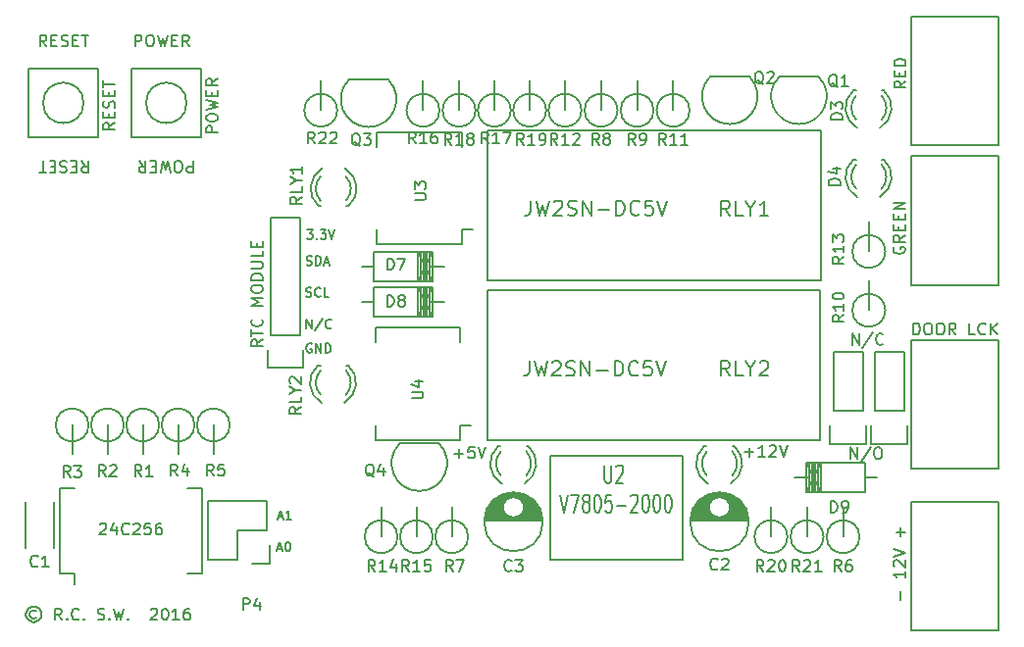
<source format=gto>
G04 #@! TF.FileFunction,Legend,Top*
%FSLAX46Y46*%
G04 Gerber Fmt 4.6, Leading zero omitted, Abs format (unit mm)*
G04 Created by KiCad (PCBNEW 4.0.1-3.201512221401+6198~38~ubuntu15.10.1-stable) date Mon 11 Jan 2016 07:04:30 PM EST*
%MOMM*%
G01*
G04 APERTURE LIST*
%ADD10C,0.150000*%
%ADD11C,0.203200*%
%ADD12C,0.200660*%
G04 APERTURE END LIST*
D10*
X97203405Y-137231476D02*
X97108167Y-137183857D01*
X96917691Y-137183857D01*
X96822453Y-137231476D01*
X96727215Y-137326714D01*
X96679596Y-137421952D01*
X96679596Y-137612429D01*
X96727215Y-137707667D01*
X96822453Y-137802905D01*
X96917691Y-137850524D01*
X97108167Y-137850524D01*
X97203405Y-137802905D01*
X97012929Y-136850524D02*
X96774834Y-136898143D01*
X96536738Y-137041000D01*
X96393881Y-137279095D01*
X96346262Y-137517190D01*
X96393881Y-137755286D01*
X96536738Y-137993381D01*
X96774834Y-138136238D01*
X97012929Y-138183857D01*
X97251024Y-138136238D01*
X97489119Y-137993381D01*
X97631976Y-137755286D01*
X97679596Y-137517190D01*
X97631976Y-137279095D01*
X97489119Y-137041000D01*
X97251024Y-136898143D01*
X97012929Y-136850524D01*
X99441501Y-137993381D02*
X99108167Y-137517190D01*
X98870072Y-137993381D02*
X98870072Y-136993381D01*
X99251025Y-136993381D01*
X99346263Y-137041000D01*
X99393882Y-137088619D01*
X99441501Y-137183857D01*
X99441501Y-137326714D01*
X99393882Y-137421952D01*
X99346263Y-137469571D01*
X99251025Y-137517190D01*
X98870072Y-137517190D01*
X99870072Y-137898143D02*
X99917691Y-137945762D01*
X99870072Y-137993381D01*
X99822453Y-137945762D01*
X99870072Y-137898143D01*
X99870072Y-137993381D01*
X100917691Y-137898143D02*
X100870072Y-137945762D01*
X100727215Y-137993381D01*
X100631977Y-137993381D01*
X100489119Y-137945762D01*
X100393881Y-137850524D01*
X100346262Y-137755286D01*
X100298643Y-137564810D01*
X100298643Y-137421952D01*
X100346262Y-137231476D01*
X100393881Y-137136238D01*
X100489119Y-137041000D01*
X100631977Y-136993381D01*
X100727215Y-136993381D01*
X100870072Y-137041000D01*
X100917691Y-137088619D01*
X101346262Y-137898143D02*
X101393881Y-137945762D01*
X101346262Y-137993381D01*
X101298643Y-137945762D01*
X101346262Y-137898143D01*
X101346262Y-137993381D01*
X102536738Y-137945762D02*
X102679595Y-137993381D01*
X102917691Y-137993381D01*
X103012929Y-137945762D01*
X103060548Y-137898143D01*
X103108167Y-137802905D01*
X103108167Y-137707667D01*
X103060548Y-137612429D01*
X103012929Y-137564810D01*
X102917691Y-137517190D01*
X102727214Y-137469571D01*
X102631976Y-137421952D01*
X102584357Y-137374333D01*
X102536738Y-137279095D01*
X102536738Y-137183857D01*
X102584357Y-137088619D01*
X102631976Y-137041000D01*
X102727214Y-136993381D01*
X102965310Y-136993381D01*
X103108167Y-137041000D01*
X103536738Y-137898143D02*
X103584357Y-137945762D01*
X103536738Y-137993381D01*
X103489119Y-137945762D01*
X103536738Y-137898143D01*
X103536738Y-137993381D01*
X103917690Y-136993381D02*
X104155785Y-137993381D01*
X104346262Y-137279095D01*
X104536738Y-137993381D01*
X104774833Y-136993381D01*
X105155785Y-137898143D02*
X105203404Y-137945762D01*
X105155785Y-137993381D01*
X105108166Y-137945762D01*
X105155785Y-137898143D01*
X105155785Y-137993381D01*
X107108166Y-137088619D02*
X107155785Y-137041000D01*
X107251023Y-136993381D01*
X107489119Y-136993381D01*
X107584357Y-137041000D01*
X107631976Y-137088619D01*
X107679595Y-137183857D01*
X107679595Y-137279095D01*
X107631976Y-137421952D01*
X107060547Y-137993381D01*
X107679595Y-137993381D01*
X108298642Y-136993381D02*
X108393881Y-136993381D01*
X108489119Y-137041000D01*
X108536738Y-137088619D01*
X108584357Y-137183857D01*
X108631976Y-137374333D01*
X108631976Y-137612429D01*
X108584357Y-137802905D01*
X108536738Y-137898143D01*
X108489119Y-137945762D01*
X108393881Y-137993381D01*
X108298642Y-137993381D01*
X108203404Y-137945762D01*
X108155785Y-137898143D01*
X108108166Y-137802905D01*
X108060547Y-137612429D01*
X108060547Y-137374333D01*
X108108166Y-137183857D01*
X108155785Y-137088619D01*
X108203404Y-137041000D01*
X108298642Y-136993381D01*
X109584357Y-137993381D02*
X109012928Y-137993381D01*
X109298642Y-137993381D02*
X109298642Y-136993381D01*
X109203404Y-137136238D01*
X109108166Y-137231476D01*
X109012928Y-137279095D01*
X110441500Y-136993381D02*
X110251023Y-136993381D01*
X110155785Y-137041000D01*
X110108166Y-137088619D01*
X110012928Y-137231476D01*
X109965309Y-137421952D01*
X109965309Y-137802905D01*
X110012928Y-137898143D01*
X110060547Y-137945762D01*
X110155785Y-137993381D01*
X110346262Y-137993381D01*
X110441500Y-137945762D01*
X110489119Y-137898143D01*
X110536738Y-137802905D01*
X110536738Y-137564810D01*
X110489119Y-137469571D01*
X110441500Y-137421952D01*
X110346262Y-137374333D01*
X110155785Y-137374333D01*
X110060547Y-137421952D01*
X110012928Y-137469571D01*
X109965309Y-137564810D01*
X110767524Y-98353619D02*
X110767524Y-99353619D01*
X110386571Y-99353619D01*
X110291333Y-99306000D01*
X110243714Y-99258381D01*
X110196095Y-99163143D01*
X110196095Y-99020286D01*
X110243714Y-98925048D01*
X110291333Y-98877429D01*
X110386571Y-98829810D01*
X110767524Y-98829810D01*
X109577048Y-99353619D02*
X109386571Y-99353619D01*
X109291333Y-99306000D01*
X109196095Y-99210762D01*
X109148476Y-99020286D01*
X109148476Y-98686952D01*
X109196095Y-98496476D01*
X109291333Y-98401238D01*
X109386571Y-98353619D01*
X109577048Y-98353619D01*
X109672286Y-98401238D01*
X109767524Y-98496476D01*
X109815143Y-98686952D01*
X109815143Y-99020286D01*
X109767524Y-99210762D01*
X109672286Y-99306000D01*
X109577048Y-99353619D01*
X108815143Y-99353619D02*
X108577048Y-98353619D01*
X108386571Y-99067905D01*
X108196095Y-98353619D01*
X107958000Y-99353619D01*
X107577048Y-98877429D02*
X107243714Y-98877429D01*
X107100857Y-98353619D02*
X107577048Y-98353619D01*
X107577048Y-99353619D01*
X107100857Y-99353619D01*
X106100857Y-98353619D02*
X106434191Y-98829810D01*
X106672286Y-98353619D02*
X106672286Y-99353619D01*
X106291333Y-99353619D01*
X106196095Y-99306000D01*
X106148476Y-99258381D01*
X106100857Y-99163143D01*
X106100857Y-99020286D01*
X106148476Y-98925048D01*
X106196095Y-98877429D01*
X106291333Y-98829810D01*
X106672286Y-98829810D01*
X105767476Y-88463381D02*
X105767476Y-87463381D01*
X106148429Y-87463381D01*
X106243667Y-87511000D01*
X106291286Y-87558619D01*
X106338905Y-87653857D01*
X106338905Y-87796714D01*
X106291286Y-87891952D01*
X106243667Y-87939571D01*
X106148429Y-87987190D01*
X105767476Y-87987190D01*
X106957952Y-87463381D02*
X107148429Y-87463381D01*
X107243667Y-87511000D01*
X107338905Y-87606238D01*
X107386524Y-87796714D01*
X107386524Y-88130048D01*
X107338905Y-88320524D01*
X107243667Y-88415762D01*
X107148429Y-88463381D01*
X106957952Y-88463381D01*
X106862714Y-88415762D01*
X106767476Y-88320524D01*
X106719857Y-88130048D01*
X106719857Y-87796714D01*
X106767476Y-87606238D01*
X106862714Y-87511000D01*
X106957952Y-87463381D01*
X107719857Y-87463381D02*
X107957952Y-88463381D01*
X108148429Y-87749095D01*
X108338905Y-88463381D01*
X108577000Y-87463381D01*
X108957952Y-87939571D02*
X109291286Y-87939571D01*
X109434143Y-88463381D02*
X108957952Y-88463381D01*
X108957952Y-87463381D01*
X109434143Y-87463381D01*
X110434143Y-88463381D02*
X110100809Y-87987190D01*
X109862714Y-88463381D02*
X109862714Y-87463381D01*
X110243667Y-87463381D01*
X110338905Y-87511000D01*
X110386524Y-87558619D01*
X110434143Y-87653857D01*
X110434143Y-87796714D01*
X110386524Y-87891952D01*
X110338905Y-87939571D01*
X110243667Y-87987190D01*
X109862714Y-87987190D01*
X101147381Y-98353619D02*
X101480715Y-98829810D01*
X101718810Y-98353619D02*
X101718810Y-99353619D01*
X101337857Y-99353619D01*
X101242619Y-99306000D01*
X101195000Y-99258381D01*
X101147381Y-99163143D01*
X101147381Y-99020286D01*
X101195000Y-98925048D01*
X101242619Y-98877429D01*
X101337857Y-98829810D01*
X101718810Y-98829810D01*
X100718810Y-98877429D02*
X100385476Y-98877429D01*
X100242619Y-98353619D02*
X100718810Y-98353619D01*
X100718810Y-99353619D01*
X100242619Y-99353619D01*
X99861667Y-98401238D02*
X99718810Y-98353619D01*
X99480714Y-98353619D01*
X99385476Y-98401238D01*
X99337857Y-98448857D01*
X99290238Y-98544095D01*
X99290238Y-98639333D01*
X99337857Y-98734571D01*
X99385476Y-98782190D01*
X99480714Y-98829810D01*
X99671191Y-98877429D01*
X99766429Y-98925048D01*
X99814048Y-98972667D01*
X99861667Y-99067905D01*
X99861667Y-99163143D01*
X99814048Y-99258381D01*
X99766429Y-99306000D01*
X99671191Y-99353619D01*
X99433095Y-99353619D01*
X99290238Y-99306000D01*
X98861667Y-98877429D02*
X98528333Y-98877429D01*
X98385476Y-98353619D02*
X98861667Y-98353619D01*
X98861667Y-99353619D01*
X98385476Y-99353619D01*
X98099762Y-99353619D02*
X97528333Y-99353619D01*
X97814048Y-98353619D02*
X97814048Y-99353619D01*
X98115619Y-88463381D02*
X97782285Y-87987190D01*
X97544190Y-88463381D02*
X97544190Y-87463381D01*
X97925143Y-87463381D01*
X98020381Y-87511000D01*
X98068000Y-87558619D01*
X98115619Y-87653857D01*
X98115619Y-87796714D01*
X98068000Y-87891952D01*
X98020381Y-87939571D01*
X97925143Y-87987190D01*
X97544190Y-87987190D01*
X98544190Y-87939571D02*
X98877524Y-87939571D01*
X99020381Y-88463381D02*
X98544190Y-88463381D01*
X98544190Y-87463381D01*
X99020381Y-87463381D01*
X99401333Y-88415762D02*
X99544190Y-88463381D01*
X99782286Y-88463381D01*
X99877524Y-88415762D01*
X99925143Y-88368143D01*
X99972762Y-88272905D01*
X99972762Y-88177667D01*
X99925143Y-88082429D01*
X99877524Y-88034810D01*
X99782286Y-87987190D01*
X99591809Y-87939571D01*
X99496571Y-87891952D01*
X99448952Y-87844333D01*
X99401333Y-87749095D01*
X99401333Y-87653857D01*
X99448952Y-87558619D01*
X99496571Y-87511000D01*
X99591809Y-87463381D01*
X99829905Y-87463381D01*
X99972762Y-87511000D01*
X100401333Y-87939571D02*
X100734667Y-87939571D01*
X100877524Y-88463381D02*
X100401333Y-88463381D01*
X100401333Y-87463381D01*
X100877524Y-87463381D01*
X101163238Y-87463381D02*
X101734667Y-87463381D01*
X101448952Y-88463381D02*
X101448952Y-87463381D01*
X167663976Y-114244381D02*
X167663976Y-113244381D01*
X168235405Y-114244381D01*
X168235405Y-113244381D01*
X169425881Y-113196762D02*
X168568738Y-114482476D01*
X170330643Y-114149143D02*
X170283024Y-114196762D01*
X170140167Y-114244381D01*
X170044929Y-114244381D01*
X169902071Y-114196762D01*
X169806833Y-114101524D01*
X169759214Y-114006286D01*
X169711595Y-113815810D01*
X169711595Y-113672952D01*
X169759214Y-113482476D01*
X169806833Y-113387238D01*
X169902071Y-113292000D01*
X170044929Y-113244381D01*
X170140167Y-113244381D01*
X170283024Y-113292000D01*
X170330643Y-113339619D01*
X118046572Y-131832333D02*
X118427524Y-131832333D01*
X117970381Y-132060905D02*
X118237048Y-131260905D01*
X118503715Y-132060905D01*
X118922762Y-131260905D02*
X118998953Y-131260905D01*
X119075143Y-131299000D01*
X119113238Y-131337095D01*
X119151334Y-131413286D01*
X119189429Y-131565667D01*
X119189429Y-131756143D01*
X119151334Y-131908524D01*
X119113238Y-131984714D01*
X119075143Y-132022810D01*
X118998953Y-132060905D01*
X118922762Y-132060905D01*
X118846572Y-132022810D01*
X118808476Y-131984714D01*
X118770381Y-131908524D01*
X118732286Y-131756143D01*
X118732286Y-131565667D01*
X118770381Y-131413286D01*
X118808476Y-131337095D01*
X118846572Y-131299000D01*
X118922762Y-131260905D01*
X118110072Y-129101833D02*
X118491024Y-129101833D01*
X118033881Y-129330405D02*
X118300548Y-128530405D01*
X118567215Y-129330405D01*
X119252929Y-129330405D02*
X118795786Y-129330405D01*
X119024357Y-129330405D02*
X119024357Y-128530405D01*
X118948167Y-128644690D01*
X118871976Y-128720881D01*
X118795786Y-128758976D01*
X120523119Y-110051810D02*
X120637405Y-110089905D01*
X120827881Y-110089905D01*
X120904071Y-110051810D01*
X120942167Y-110013714D01*
X120980262Y-109937524D01*
X120980262Y-109861333D01*
X120942167Y-109785143D01*
X120904071Y-109747048D01*
X120827881Y-109708952D01*
X120675500Y-109670857D01*
X120599309Y-109632762D01*
X120561214Y-109594667D01*
X120523119Y-109518476D01*
X120523119Y-109442286D01*
X120561214Y-109366095D01*
X120599309Y-109328000D01*
X120675500Y-109289905D01*
X120865976Y-109289905D01*
X120980262Y-109328000D01*
X121780262Y-110013714D02*
X121742167Y-110051810D01*
X121627881Y-110089905D01*
X121551691Y-110089905D01*
X121437405Y-110051810D01*
X121361214Y-109975619D01*
X121323119Y-109899429D01*
X121285024Y-109747048D01*
X121285024Y-109632762D01*
X121323119Y-109480381D01*
X121361214Y-109404190D01*
X121437405Y-109328000D01*
X121551691Y-109289905D01*
X121627881Y-109289905D01*
X121742167Y-109328000D01*
X121780262Y-109366095D01*
X122504072Y-110089905D02*
X122123119Y-110089905D01*
X122123119Y-109289905D01*
X120567572Y-107321310D02*
X120681858Y-107359405D01*
X120872334Y-107359405D01*
X120948524Y-107321310D01*
X120986620Y-107283214D01*
X121024715Y-107207024D01*
X121024715Y-107130833D01*
X120986620Y-107054643D01*
X120948524Y-107016548D01*
X120872334Y-106978452D01*
X120719953Y-106940357D01*
X120643762Y-106902262D01*
X120605667Y-106864167D01*
X120567572Y-106787976D01*
X120567572Y-106711786D01*
X120605667Y-106635595D01*
X120643762Y-106597500D01*
X120719953Y-106559405D01*
X120910429Y-106559405D01*
X121024715Y-106597500D01*
X121367572Y-107359405D02*
X121367572Y-106559405D01*
X121558048Y-106559405D01*
X121672334Y-106597500D01*
X121748525Y-106673690D01*
X121786620Y-106749881D01*
X121824715Y-106902262D01*
X121824715Y-107016548D01*
X121786620Y-107168929D01*
X121748525Y-107245119D01*
X121672334Y-107321310D01*
X121558048Y-107359405D01*
X121367572Y-107359405D01*
X122129477Y-107130833D02*
X122510429Y-107130833D01*
X122053286Y-107359405D02*
X122319953Y-106559405D01*
X122586620Y-107359405D01*
X120612048Y-104273405D02*
X121107286Y-104273405D01*
X120840619Y-104578167D01*
X120954905Y-104578167D01*
X121031095Y-104616262D01*
X121069191Y-104654357D01*
X121107286Y-104730548D01*
X121107286Y-104921024D01*
X121069191Y-104997214D01*
X121031095Y-105035310D01*
X120954905Y-105073405D01*
X120726333Y-105073405D01*
X120650143Y-105035310D01*
X120612048Y-104997214D01*
X121450143Y-104997214D02*
X121488238Y-105035310D01*
X121450143Y-105073405D01*
X121412048Y-105035310D01*
X121450143Y-104997214D01*
X121450143Y-105073405D01*
X121754905Y-104273405D02*
X122250143Y-104273405D01*
X121983476Y-104578167D01*
X122097762Y-104578167D01*
X122173952Y-104616262D01*
X122212048Y-104654357D01*
X122250143Y-104730548D01*
X122250143Y-104921024D01*
X122212048Y-104997214D01*
X122173952Y-105035310D01*
X122097762Y-105073405D01*
X121869190Y-105073405D01*
X121793000Y-105035310D01*
X121754905Y-104997214D01*
X122478714Y-104273405D02*
X122745381Y-105073405D01*
X123012048Y-104273405D01*
X120554881Y-112820405D02*
X120554881Y-112020405D01*
X121012024Y-112820405D01*
X121012024Y-112020405D01*
X121964405Y-111982310D02*
X121278690Y-113010881D01*
X122688214Y-112744214D02*
X122650119Y-112782310D01*
X122535833Y-112820405D01*
X122459643Y-112820405D01*
X122345357Y-112782310D01*
X122269166Y-112706119D01*
X122231071Y-112629929D01*
X122192976Y-112477548D01*
X122192976Y-112363262D01*
X122231071Y-112210881D01*
X122269166Y-112134690D01*
X122345357Y-112058500D01*
X122459643Y-112020405D01*
X122535833Y-112020405D01*
X122650119Y-112058500D01*
X122688214Y-112096595D01*
X120992977Y-114154000D02*
X120916786Y-114115905D01*
X120802501Y-114115905D01*
X120688215Y-114154000D01*
X120612024Y-114230190D01*
X120573929Y-114306381D01*
X120535834Y-114458762D01*
X120535834Y-114573048D01*
X120573929Y-114725429D01*
X120612024Y-114801619D01*
X120688215Y-114877810D01*
X120802501Y-114915905D01*
X120878691Y-114915905D01*
X120992977Y-114877810D01*
X121031072Y-114839714D01*
X121031072Y-114573048D01*
X120878691Y-114573048D01*
X121373929Y-114915905D02*
X121373929Y-114115905D01*
X121831072Y-114915905D01*
X121831072Y-114115905D01*
X122212024Y-114915905D02*
X122212024Y-114115905D01*
X122402500Y-114115905D01*
X122516786Y-114154000D01*
X122592977Y-114230190D01*
X122631072Y-114306381D01*
X122669167Y-114458762D01*
X122669167Y-114573048D01*
X122631072Y-114725429D01*
X122592977Y-114801619D01*
X122516786Y-114877810D01*
X122402500Y-114915905D01*
X122212024Y-114915905D01*
X153711000Y-129445000D02*
X158709000Y-129445000D01*
X153719000Y-129305000D02*
X158701000Y-129305000D01*
X153735000Y-129165000D02*
X156115000Y-129165000D01*
X156305000Y-129165000D02*
X158685000Y-129165000D01*
X153759000Y-129025000D02*
X155720000Y-129025000D01*
X156700000Y-129025000D02*
X158661000Y-129025000D01*
X153792000Y-128885000D02*
X155553000Y-128885000D01*
X156867000Y-128885000D02*
X158628000Y-128885000D01*
X153833000Y-128745000D02*
X155446000Y-128745000D01*
X156974000Y-128745000D02*
X158587000Y-128745000D01*
X153883000Y-128605000D02*
X155375000Y-128605000D01*
X157045000Y-128605000D02*
X158537000Y-128605000D01*
X153944000Y-128465000D02*
X155331000Y-128465000D01*
X157089000Y-128465000D02*
X158476000Y-128465000D01*
X154014000Y-128325000D02*
X155312000Y-128325000D01*
X157108000Y-128325000D02*
X158406000Y-128325000D01*
X154096000Y-128185000D02*
X155314000Y-128185000D01*
X157106000Y-128185000D02*
X158324000Y-128185000D01*
X154191000Y-128045000D02*
X155339000Y-128045000D01*
X157081000Y-128045000D02*
X158229000Y-128045000D01*
X154302000Y-127905000D02*
X155387000Y-127905000D01*
X157033000Y-127905000D02*
X158118000Y-127905000D01*
X154430000Y-127765000D02*
X155465000Y-127765000D01*
X156955000Y-127765000D02*
X157990000Y-127765000D01*
X154579000Y-127625000D02*
X155582000Y-127625000D01*
X156838000Y-127625000D02*
X157841000Y-127625000D01*
X154758000Y-127485000D02*
X155770000Y-127485000D01*
X156650000Y-127485000D02*
X157662000Y-127485000D01*
X154977000Y-127345000D02*
X157443000Y-127345000D01*
X155266000Y-127205000D02*
X157154000Y-127205000D01*
X155738000Y-127065000D02*
X156682000Y-127065000D01*
X157110000Y-128270000D02*
G75*
G03X157110000Y-128270000I-900000J0D01*
G01*
X158747500Y-129520000D02*
G75*
G03X158747500Y-129520000I-2537500J0D01*
G01*
X135931000Y-129445000D02*
X140929000Y-129445000D01*
X135939000Y-129305000D02*
X140921000Y-129305000D01*
X135955000Y-129165000D02*
X138335000Y-129165000D01*
X138525000Y-129165000D02*
X140905000Y-129165000D01*
X135979000Y-129025000D02*
X137940000Y-129025000D01*
X138920000Y-129025000D02*
X140881000Y-129025000D01*
X136012000Y-128885000D02*
X137773000Y-128885000D01*
X139087000Y-128885000D02*
X140848000Y-128885000D01*
X136053000Y-128745000D02*
X137666000Y-128745000D01*
X139194000Y-128745000D02*
X140807000Y-128745000D01*
X136103000Y-128605000D02*
X137595000Y-128605000D01*
X139265000Y-128605000D02*
X140757000Y-128605000D01*
X136164000Y-128465000D02*
X137551000Y-128465000D01*
X139309000Y-128465000D02*
X140696000Y-128465000D01*
X136234000Y-128325000D02*
X137532000Y-128325000D01*
X139328000Y-128325000D02*
X140626000Y-128325000D01*
X136316000Y-128185000D02*
X137534000Y-128185000D01*
X139326000Y-128185000D02*
X140544000Y-128185000D01*
X136411000Y-128045000D02*
X137559000Y-128045000D01*
X139301000Y-128045000D02*
X140449000Y-128045000D01*
X136522000Y-127905000D02*
X137607000Y-127905000D01*
X139253000Y-127905000D02*
X140338000Y-127905000D01*
X136650000Y-127765000D02*
X137685000Y-127765000D01*
X139175000Y-127765000D02*
X140210000Y-127765000D01*
X136799000Y-127625000D02*
X137802000Y-127625000D01*
X139058000Y-127625000D02*
X140061000Y-127625000D01*
X136978000Y-127485000D02*
X137990000Y-127485000D01*
X138870000Y-127485000D02*
X139882000Y-127485000D01*
X137197000Y-127345000D02*
X139663000Y-127345000D01*
X137486000Y-127205000D02*
X139374000Y-127205000D01*
X137958000Y-127065000D02*
X138902000Y-127065000D01*
X139330000Y-128270000D02*
G75*
G03X139330000Y-128270000I-900000J0D01*
G01*
X140967500Y-129520000D02*
G75*
G03X140967500Y-129520000I-2537500J0D01*
G01*
X154896000Y-122991000D02*
X155096000Y-122991000D01*
X157490000Y-122991000D02*
X157310000Y-122991000D01*
X157179643Y-126218744D02*
G75*
G03X157496000Y-122991000I-1003643J1727744D01*
G01*
X157309068Y-125543006D02*
G75*
G03X157310000Y-123440000I-1133068J1052006D01*
G01*
X154869274Y-123003780D02*
G75*
G03X155216000Y-126241000I1306726J-1497220D01*
G01*
X155096747Y-123477111D02*
G75*
G03X155116000Y-125525000I1079253J-1013889D01*
G01*
X137116000Y-122991000D02*
X137316000Y-122991000D01*
X139710000Y-122991000D02*
X139530000Y-122991000D01*
X139399643Y-126218744D02*
G75*
G03X139716000Y-122991000I-1003643J1727744D01*
G01*
X139529068Y-125543006D02*
G75*
G03X139530000Y-123440000I-1133068J1052006D01*
G01*
X137089274Y-123003780D02*
G75*
G03X137436000Y-126241000I1306726J-1497220D01*
G01*
X137316747Y-123477111D02*
G75*
G03X137336000Y-125525000I1079253J-1013889D01*
G01*
X167786500Y-92257000D02*
X167986500Y-92257000D01*
X170380500Y-92257000D02*
X170200500Y-92257000D01*
X170070143Y-95484744D02*
G75*
G03X170386500Y-92257000I-1003643J1727744D01*
G01*
X170199568Y-94809006D02*
G75*
G03X170200500Y-92706000I-1133068J1052006D01*
G01*
X167759774Y-92269780D02*
G75*
G03X168106500Y-95507000I1306726J-1497220D01*
G01*
X167987247Y-92743111D02*
G75*
G03X168006500Y-94791000I1079253J-1013889D01*
G01*
X167786500Y-98226000D02*
X167986500Y-98226000D01*
X170380500Y-98226000D02*
X170200500Y-98226000D01*
X170070143Y-101453744D02*
G75*
G03X170386500Y-98226000I-1003643J1727744D01*
G01*
X170199568Y-100778006D02*
G75*
G03X170200500Y-98675000I-1133068J1052006D01*
G01*
X167759774Y-98238780D02*
G75*
G03X168106500Y-101476000I1306726J-1497220D01*
G01*
X167987247Y-98712111D02*
G75*
G03X168006500Y-100760000I1079253J-1013889D01*
G01*
X126365000Y-107447080D02*
X125349000Y-107447080D01*
X131191000Y-107447080D02*
X132461000Y-107447080D01*
X130937000Y-108717080D02*
X130937000Y-106177080D01*
X130683000Y-108717080D02*
X130683000Y-106177080D01*
X130429000Y-108717080D02*
X130429000Y-106177080D01*
X131191000Y-108717080D02*
X131191000Y-106177080D01*
X130175000Y-108717080D02*
X131445000Y-106177080D01*
X131445000Y-108717080D02*
X130175000Y-106177080D01*
X130175000Y-108717080D02*
X130175000Y-106177080D01*
X130810000Y-108717080D02*
X130810000Y-106177080D01*
X131445000Y-106177080D02*
X131445000Y-108717080D01*
X131445000Y-108717080D02*
X126365000Y-108717080D01*
X126365000Y-108717080D02*
X126365000Y-106177080D01*
X126365000Y-106177080D02*
X131445000Y-106177080D01*
X126365000Y-110492540D02*
X125349000Y-110492540D01*
X131191000Y-110492540D02*
X132461000Y-110492540D01*
X130937000Y-111762540D02*
X130937000Y-109222540D01*
X130683000Y-111762540D02*
X130683000Y-109222540D01*
X130429000Y-111762540D02*
X130429000Y-109222540D01*
X131191000Y-111762540D02*
X131191000Y-109222540D01*
X130175000Y-111762540D02*
X131445000Y-109222540D01*
X131445000Y-111762540D02*
X130175000Y-109222540D01*
X130175000Y-111762540D02*
X130175000Y-109222540D01*
X130810000Y-111762540D02*
X130810000Y-109222540D01*
X131445000Y-109222540D02*
X131445000Y-111762540D01*
X131445000Y-111762540D02*
X126365000Y-111762540D01*
X126365000Y-111762540D02*
X126365000Y-109222540D01*
X126365000Y-109222540D02*
X131445000Y-109222540D01*
X168783000Y-125730000D02*
X169799000Y-125730000D01*
X163957000Y-125730000D02*
X162687000Y-125730000D01*
X164211000Y-124460000D02*
X164211000Y-127000000D01*
X164465000Y-124460000D02*
X164465000Y-127000000D01*
X164719000Y-124460000D02*
X164719000Y-127000000D01*
X163957000Y-124460000D02*
X163957000Y-127000000D01*
X164973000Y-124460000D02*
X163703000Y-127000000D01*
X163703000Y-124460000D02*
X164973000Y-127000000D01*
X164973000Y-124460000D02*
X164973000Y-127000000D01*
X164338000Y-124460000D02*
X164338000Y-127000000D01*
X163703000Y-127000000D02*
X163703000Y-124460000D01*
X163703000Y-124460000D02*
X168783000Y-124460000D01*
X168783000Y-124460000D02*
X168783000Y-127000000D01*
X168783000Y-127000000D02*
X163703000Y-127000000D01*
X120295000Y-114681000D02*
X120295000Y-116231000D01*
X120295000Y-116231000D02*
X117195000Y-116231000D01*
X117195000Y-116231000D02*
X117195000Y-114681000D01*
X117475000Y-113411000D02*
X117475000Y-103251000D01*
X117475000Y-103251000D02*
X120015000Y-103251000D01*
X120015000Y-103251000D02*
X120015000Y-113411000D01*
X117475000Y-113411000D02*
X120015000Y-113411000D01*
X172148500Y-119951500D02*
X172148500Y-114871500D01*
X172148500Y-114871500D02*
X169608500Y-114871500D01*
X169608500Y-114871500D02*
X169608500Y-119951500D01*
X169328500Y-122771500D02*
X169328500Y-121221500D01*
X169608500Y-119951500D02*
X172148500Y-119951500D01*
X172428500Y-121221500D02*
X172428500Y-122771500D01*
X172428500Y-122771500D02*
X169328500Y-122771500D01*
X168592500Y-119951500D02*
X168592500Y-114871500D01*
X168592500Y-114871500D02*
X166052500Y-114871500D01*
X166052500Y-114871500D02*
X166052500Y-119951500D01*
X165772500Y-122771500D02*
X165772500Y-121221500D01*
X166052500Y-119951500D02*
X168592500Y-119951500D01*
X168872500Y-121221500D02*
X168872500Y-122771500D01*
X168872500Y-122771500D02*
X165772500Y-122771500D01*
X164768000Y-91073500D02*
X161368000Y-91073500D01*
X164765056Y-91076444D02*
G75*
G02X163068000Y-95173500I-1697056J-1697056D01*
G01*
X161370944Y-91076444D02*
G75*
G03X163068000Y-95173500I1697056J-1697056D01*
G01*
X158799000Y-91073500D02*
X155399000Y-91073500D01*
X158796056Y-91076444D02*
G75*
G02X157099000Y-95173500I-1697056J-1697056D01*
G01*
X155401944Y-91076444D02*
G75*
G03X157099000Y-95173500I1697056J-1697056D01*
G01*
X127620500Y-91327500D02*
X124220500Y-91327500D01*
X127617556Y-91330444D02*
G75*
G02X125920500Y-95427500I-1697056J-1697056D01*
G01*
X124223444Y-91330444D02*
G75*
G03X125920500Y-95427500I1697056J-1697056D01*
G01*
X132002000Y-122760000D02*
X128602000Y-122760000D01*
X131999056Y-122762944D02*
G75*
G02X130302000Y-126860000I-1697056J-1697056D01*
G01*
X128604944Y-122762944D02*
G75*
G03X130302000Y-126860000I1697056J-1697056D01*
G01*
X133977000Y-105546000D02*
X133977000Y-104276000D01*
X126627000Y-105546000D02*
X126627000Y-104276000D01*
X126627000Y-95876000D02*
X126627000Y-97146000D01*
X133977000Y-95876000D02*
X133977000Y-97146000D01*
X133977000Y-105546000D02*
X126627000Y-105546000D01*
X133977000Y-95876000D02*
X126627000Y-95876000D01*
X133977000Y-104276000D02*
X134912000Y-104276000D01*
X133850000Y-122437000D02*
X133850000Y-121167000D01*
X126500000Y-122437000D02*
X126500000Y-121167000D01*
X126500000Y-112767000D02*
X126500000Y-114037000D01*
X133850000Y-112767000D02*
X133850000Y-114037000D01*
X133850000Y-122437000D02*
X126500000Y-122437000D01*
X133850000Y-112767000D02*
X126500000Y-112767000D01*
X133850000Y-121167000D02*
X134785000Y-121167000D01*
X99305000Y-133977000D02*
X100575000Y-133977000D01*
X99305000Y-126627000D02*
X100575000Y-126627000D01*
X111515000Y-126627000D02*
X110245000Y-126627000D01*
X111515000Y-133977000D02*
X110245000Y-133977000D01*
X99305000Y-133977000D02*
X99305000Y-126627000D01*
X111515000Y-133977000D02*
X111515000Y-126627000D01*
X100575000Y-133977000D02*
X100575000Y-134912000D01*
X106426000Y-121158000D02*
X106426000Y-123698000D01*
X107845903Y-121158000D02*
G75*
G03X107845903Y-121158000I-1419903J0D01*
G01*
X103378000Y-121158000D02*
X103378000Y-123698000D01*
X104797903Y-121158000D02*
G75*
G03X104797903Y-121158000I-1419903J0D01*
G01*
X100330000Y-121158000D02*
X100330000Y-123698000D01*
X101749903Y-121158000D02*
G75*
G03X101749903Y-121158000I-1419903J0D01*
G01*
X109474000Y-121158000D02*
X109474000Y-123698000D01*
X110893903Y-121158000D02*
G75*
G03X110893903Y-121158000I-1419903J0D01*
G01*
X112522000Y-121158000D02*
X112522000Y-123698000D01*
X113941903Y-121158000D02*
G75*
G03X113941903Y-121158000I-1419903J0D01*
G01*
X166878000Y-130810000D02*
X166878000Y-128270000D01*
X168297903Y-130810000D02*
G75*
G03X168297903Y-130810000I-1419903J0D01*
G01*
X133096000Y-130810000D02*
X133096000Y-128270000D01*
X134515903Y-130810000D02*
G75*
G03X134515903Y-130810000I-1419903J0D01*
G01*
X145986500Y-93980000D02*
X145986500Y-91440000D01*
X147406403Y-93980000D02*
G75*
G03X147406403Y-93980000I-1419903J0D01*
G01*
X149098000Y-93980000D02*
X149098000Y-91440000D01*
X150517903Y-93980000D02*
G75*
G03X150517903Y-93980000I-1419903J0D01*
G01*
X169100500Y-111252000D02*
X169100500Y-108712000D01*
X170520403Y-111252000D02*
G75*
G03X170520403Y-111252000I-1419903J0D01*
G01*
X152209500Y-93980000D02*
X152209500Y-91440000D01*
X153629403Y-93980000D02*
G75*
G03X153629403Y-93980000I-1419903J0D01*
G01*
X142875000Y-93980000D02*
X142875000Y-91440000D01*
X144294903Y-93980000D02*
G75*
G03X144294903Y-93980000I-1419903J0D01*
G01*
X169100500Y-106172000D02*
X169100500Y-103632000D01*
X170520403Y-106172000D02*
G75*
G03X170520403Y-106172000I-1419903J0D01*
G01*
X127000000Y-130810000D02*
X127000000Y-128270000D01*
X128419903Y-130810000D02*
G75*
G03X128419903Y-130810000I-1419903J0D01*
G01*
X130048000Y-130810000D02*
X130048000Y-128270000D01*
X131467903Y-130810000D02*
G75*
G03X131467903Y-130810000I-1419903J0D01*
G01*
X130619500Y-93980000D02*
X130619500Y-91440000D01*
X132039403Y-93980000D02*
G75*
G03X132039403Y-93980000I-1419903J0D01*
G01*
X136779000Y-93980000D02*
X136779000Y-91440000D01*
X138198903Y-93980000D02*
G75*
G03X138198903Y-93980000I-1419903J0D01*
G01*
X133731000Y-93980000D02*
X133731000Y-91440000D01*
X135150903Y-93980000D02*
G75*
G03X135150903Y-93980000I-1419903J0D01*
G01*
X139827000Y-93980000D02*
X139827000Y-91440000D01*
X141246903Y-93980000D02*
G75*
G03X141246903Y-93980000I-1419903J0D01*
G01*
X160655000Y-130810000D02*
X160655000Y-128270000D01*
X162074903Y-130810000D02*
G75*
G03X162074903Y-130810000I-1419903J0D01*
G01*
X163766500Y-130810000D02*
X163766500Y-128270000D01*
X165186403Y-130810000D02*
G75*
G03X165186403Y-130810000I-1419903J0D01*
G01*
X121793000Y-93980000D02*
X121793000Y-91440000D01*
X123212903Y-93980000D02*
G75*
G03X123212903Y-93980000I-1419903J0D01*
G01*
X172730000Y-138930000D02*
X172730000Y-127770000D01*
X172730000Y-127770000D02*
X180330000Y-127770000D01*
X180330000Y-127770000D02*
X180330000Y-138930000D01*
X180330000Y-138930000D02*
X172730000Y-138930000D01*
X172730000Y-124960000D02*
X172730000Y-113800000D01*
X172730000Y-113800000D02*
X180330000Y-113800000D01*
X180330000Y-113800000D02*
X180330000Y-124960000D01*
X180330000Y-124960000D02*
X172730000Y-124960000D01*
X172730000Y-97020000D02*
X172730000Y-85860000D01*
X172730000Y-85860000D02*
X180330000Y-85860000D01*
X180330000Y-85860000D02*
X180330000Y-97020000D01*
X180330000Y-97020000D02*
X172730000Y-97020000D01*
X172730000Y-109085000D02*
X172730000Y-97925000D01*
X172730000Y-97925000D02*
X180330000Y-97925000D01*
X180330000Y-97925000D02*
X180330000Y-109085000D01*
X180330000Y-109085000D02*
X172730000Y-109085000D01*
X98786000Y-127774000D02*
X98786000Y-131774000D01*
X96286000Y-127774000D02*
X96286000Y-131774000D01*
X153070000Y-132810000D02*
X141570000Y-132810000D01*
X153070000Y-123810000D02*
X141570000Y-123810000D01*
X141570000Y-132810000D02*
X141570000Y-123810000D01*
X153070000Y-123810000D02*
X153070000Y-132810000D01*
X96568000Y-90345000D02*
X102568000Y-90345000D01*
X96568000Y-96345000D02*
X96568000Y-90345000D01*
X102568000Y-96345000D02*
X96568000Y-96345000D01*
X102568000Y-90345000D02*
X102568000Y-96345000D01*
X101318000Y-93345000D02*
G75*
G03X101318000Y-93345000I-1750000J0D01*
G01*
X105458000Y-90345000D02*
X111458000Y-90345000D01*
X105458000Y-96345000D02*
X105458000Y-90345000D01*
X111458000Y-96345000D02*
X105458000Y-96345000D01*
X111458000Y-90345000D02*
X111458000Y-96345000D01*
X110208000Y-93345000D02*
G75*
G03X110208000Y-93345000I-1750000J0D01*
G01*
X164945000Y-95675000D02*
X164945000Y-108675000D01*
X136195000Y-95675000D02*
X136195000Y-108675000D01*
X136195000Y-95675000D02*
X164945000Y-95675000D01*
X136195000Y-108675000D02*
X164945000Y-108675000D01*
X164926000Y-109500000D02*
X164926000Y-122500000D01*
X136176000Y-109500000D02*
X136176000Y-122500000D01*
X136176000Y-109500000D02*
X164926000Y-109500000D01*
X136176000Y-122500000D02*
X164926000Y-122500000D01*
X124186500Y-102243500D02*
X123986500Y-102243500D01*
X121592500Y-102243500D02*
X121772500Y-102243500D01*
X121902857Y-99015756D02*
G75*
G03X121586500Y-102243500I1003643J-1727744D01*
G01*
X121773432Y-99691494D02*
G75*
G03X121772500Y-101794500I1133068J-1052006D01*
G01*
X124213226Y-102230720D02*
G75*
G03X123866500Y-98993500I-1306726J1497220D01*
G01*
X123985753Y-101757389D02*
G75*
G03X123966500Y-99709500I-1079253J1013889D01*
G01*
X121558500Y-116006000D02*
X121758500Y-116006000D01*
X124152500Y-116006000D02*
X123972500Y-116006000D01*
X123842143Y-119233744D02*
G75*
G03X124158500Y-116006000I-1003643J1727744D01*
G01*
X123971568Y-118558006D02*
G75*
G03X123972500Y-116455000I-1133068J1052006D01*
G01*
X121531774Y-116018780D02*
G75*
G03X121878500Y-119256000I1306726J-1497220D01*
G01*
X121759247Y-116492111D02*
G75*
G03X121778500Y-118540000I1079253J-1013889D01*
G01*
X117374000Y-131572000D02*
X117374000Y-133122000D01*
X115824000Y-133122000D02*
X117374000Y-133122000D01*
X117094000Y-130302000D02*
X114554000Y-130302000D01*
X114554000Y-130302000D02*
X114554000Y-132842000D01*
X114554000Y-132842000D02*
X112014000Y-132842000D01*
X112014000Y-132842000D02*
X112014000Y-127762000D01*
X112014000Y-127762000D02*
X117094000Y-127762000D01*
X117094000Y-127762000D02*
X117094000Y-130302000D01*
X156043334Y-133580143D02*
X155995715Y-133627762D01*
X155852858Y-133675381D01*
X155757620Y-133675381D01*
X155614762Y-133627762D01*
X155519524Y-133532524D01*
X155471905Y-133437286D01*
X155424286Y-133246810D01*
X155424286Y-133103952D01*
X155471905Y-132913476D01*
X155519524Y-132818238D01*
X155614762Y-132723000D01*
X155757620Y-132675381D01*
X155852858Y-132675381D01*
X155995715Y-132723000D01*
X156043334Y-132770619D01*
X156424286Y-132770619D02*
X156471905Y-132723000D01*
X156567143Y-132675381D01*
X156805239Y-132675381D01*
X156900477Y-132723000D01*
X156948096Y-132770619D01*
X156995715Y-132865857D01*
X156995715Y-132961095D01*
X156948096Y-133103952D01*
X156376667Y-133675381D01*
X156995715Y-133675381D01*
X138263334Y-133707143D02*
X138215715Y-133754762D01*
X138072858Y-133802381D01*
X137977620Y-133802381D01*
X137834762Y-133754762D01*
X137739524Y-133659524D01*
X137691905Y-133564286D01*
X137644286Y-133373810D01*
X137644286Y-133230952D01*
X137691905Y-133040476D01*
X137739524Y-132945238D01*
X137834762Y-132850000D01*
X137977620Y-132802381D01*
X138072858Y-132802381D01*
X138215715Y-132850000D01*
X138263334Y-132897619D01*
X138596667Y-132802381D02*
X139215715Y-132802381D01*
X138882381Y-133183333D01*
X139025239Y-133183333D01*
X139120477Y-133230952D01*
X139168096Y-133278571D01*
X139215715Y-133373810D01*
X139215715Y-133611905D01*
X139168096Y-133707143D01*
X139120477Y-133754762D01*
X139025239Y-133802381D01*
X138739524Y-133802381D01*
X138644286Y-133754762D01*
X138596667Y-133707143D01*
X158385095Y-123515429D02*
X159147000Y-123515429D01*
X158766048Y-123896381D02*
X158766048Y-123134476D01*
X160147000Y-123896381D02*
X159575571Y-123896381D01*
X159861285Y-123896381D02*
X159861285Y-122896381D01*
X159766047Y-123039238D01*
X159670809Y-123134476D01*
X159575571Y-123182095D01*
X160527952Y-122991619D02*
X160575571Y-122944000D01*
X160670809Y-122896381D01*
X160908905Y-122896381D01*
X161004143Y-122944000D01*
X161051762Y-122991619D01*
X161099381Y-123086857D01*
X161099381Y-123182095D01*
X161051762Y-123324952D01*
X160480333Y-123896381D01*
X161099381Y-123896381D01*
X161385095Y-122896381D02*
X161718428Y-123896381D01*
X162051762Y-122896381D01*
X133334286Y-123642429D02*
X134096191Y-123642429D01*
X133715239Y-124023381D02*
X133715239Y-123261476D01*
X135048572Y-123023381D02*
X134572381Y-123023381D01*
X134524762Y-123499571D01*
X134572381Y-123451952D01*
X134667619Y-123404333D01*
X134905715Y-123404333D01*
X135000953Y-123451952D01*
X135048572Y-123499571D01*
X135096191Y-123594810D01*
X135096191Y-123832905D01*
X135048572Y-123928143D01*
X135000953Y-123975762D01*
X134905715Y-124023381D01*
X134667619Y-124023381D01*
X134572381Y-123975762D01*
X134524762Y-123928143D01*
X135381905Y-123023381D02*
X135715238Y-124023381D01*
X136048572Y-123023381D01*
X166822381Y-94781595D02*
X165822381Y-94781595D01*
X165822381Y-94543500D01*
X165870000Y-94400642D01*
X165965238Y-94305404D01*
X166060476Y-94257785D01*
X166250952Y-94210166D01*
X166393810Y-94210166D01*
X166584286Y-94257785D01*
X166679524Y-94305404D01*
X166774762Y-94400642D01*
X166822381Y-94543500D01*
X166822381Y-94781595D01*
X165822381Y-93876833D02*
X165822381Y-93257785D01*
X166203333Y-93591119D01*
X166203333Y-93448261D01*
X166250952Y-93353023D01*
X166298571Y-93305404D01*
X166393810Y-93257785D01*
X166631905Y-93257785D01*
X166727143Y-93305404D01*
X166774762Y-93353023D01*
X166822381Y-93448261D01*
X166822381Y-93733976D01*
X166774762Y-93829214D01*
X166727143Y-93876833D01*
X166631881Y-100433095D02*
X165631881Y-100433095D01*
X165631881Y-100195000D01*
X165679500Y-100052142D01*
X165774738Y-99956904D01*
X165869976Y-99909285D01*
X166060452Y-99861666D01*
X166203310Y-99861666D01*
X166393786Y-99909285D01*
X166489024Y-99956904D01*
X166584262Y-100052142D01*
X166631881Y-100195000D01*
X166631881Y-100433095D01*
X165965214Y-99004523D02*
X166631881Y-99004523D01*
X165584262Y-99242619D02*
X166298548Y-99480714D01*
X166298548Y-98861666D01*
X127531905Y-107767381D02*
X127531905Y-106767381D01*
X127770000Y-106767381D01*
X127912858Y-106815000D01*
X128008096Y-106910238D01*
X128055715Y-107005476D01*
X128103334Y-107195952D01*
X128103334Y-107338810D01*
X128055715Y-107529286D01*
X128008096Y-107624524D01*
X127912858Y-107719762D01*
X127770000Y-107767381D01*
X127531905Y-107767381D01*
X128436667Y-106767381D02*
X129103334Y-106767381D01*
X128674762Y-107767381D01*
X127531905Y-110944921D02*
X127531905Y-109944921D01*
X127770000Y-109944921D01*
X127912858Y-109992540D01*
X128008096Y-110087778D01*
X128055715Y-110183016D01*
X128103334Y-110373492D01*
X128103334Y-110516350D01*
X128055715Y-110706826D01*
X128008096Y-110802064D01*
X127912858Y-110897302D01*
X127770000Y-110944921D01*
X127531905Y-110944921D01*
X128674762Y-110373492D02*
X128579524Y-110325873D01*
X128531905Y-110278254D01*
X128484286Y-110183016D01*
X128484286Y-110135397D01*
X128531905Y-110040159D01*
X128579524Y-109992540D01*
X128674762Y-109944921D01*
X128865239Y-109944921D01*
X128960477Y-109992540D01*
X129008096Y-110040159D01*
X129055715Y-110135397D01*
X129055715Y-110183016D01*
X129008096Y-110278254D01*
X128960477Y-110325873D01*
X128865239Y-110373492D01*
X128674762Y-110373492D01*
X128579524Y-110421111D01*
X128531905Y-110468730D01*
X128484286Y-110563969D01*
X128484286Y-110754445D01*
X128531905Y-110849683D01*
X128579524Y-110897302D01*
X128674762Y-110944921D01*
X128865239Y-110944921D01*
X128960477Y-110897302D01*
X129008096Y-110849683D01*
X129055715Y-110754445D01*
X129055715Y-110563969D01*
X129008096Y-110468730D01*
X128960477Y-110421111D01*
X128865239Y-110373492D01*
X165812245Y-128722381D02*
X165812245Y-127722381D01*
X166050340Y-127722381D01*
X166193198Y-127770000D01*
X166288436Y-127865238D01*
X166336055Y-127960476D01*
X166383674Y-128150952D01*
X166383674Y-128293810D01*
X166336055Y-128484286D01*
X166288436Y-128579524D01*
X166193198Y-128674762D01*
X166050340Y-128722381D01*
X165812245Y-128722381D01*
X166859864Y-128722381D02*
X167050340Y-128722381D01*
X167145579Y-128674762D01*
X167193198Y-128627143D01*
X167288436Y-128484286D01*
X167336055Y-128293810D01*
X167336055Y-127912857D01*
X167288436Y-127817619D01*
X167240817Y-127770000D01*
X167145579Y-127722381D01*
X166955102Y-127722381D01*
X166859864Y-127770000D01*
X166812245Y-127817619D01*
X166764626Y-127912857D01*
X166764626Y-128150952D01*
X166812245Y-128246190D01*
X166859864Y-128293810D01*
X166955102Y-128341429D01*
X167145579Y-128341429D01*
X167240817Y-128293810D01*
X167288436Y-128246190D01*
X167336055Y-128150952D01*
X116784381Y-113783571D02*
X116308190Y-114116905D01*
X116784381Y-114355000D02*
X115784381Y-114355000D01*
X115784381Y-113974047D01*
X115832000Y-113878809D01*
X115879619Y-113831190D01*
X115974857Y-113783571D01*
X116117714Y-113783571D01*
X116212952Y-113831190D01*
X116260571Y-113878809D01*
X116308190Y-113974047D01*
X116308190Y-114355000D01*
X115784381Y-113497857D02*
X115784381Y-112926428D01*
X116784381Y-113212143D02*
X115784381Y-113212143D01*
X116689143Y-112021666D02*
X116736762Y-112069285D01*
X116784381Y-112212142D01*
X116784381Y-112307380D01*
X116736762Y-112450238D01*
X116641524Y-112545476D01*
X116546286Y-112593095D01*
X116355810Y-112640714D01*
X116212952Y-112640714D01*
X116022476Y-112593095D01*
X115927238Y-112545476D01*
X115832000Y-112450238D01*
X115784381Y-112307380D01*
X115784381Y-112212142D01*
X115832000Y-112069285D01*
X115879619Y-112021666D01*
X116784381Y-110831190D02*
X115784381Y-110831190D01*
X116498667Y-110497856D01*
X115784381Y-110164523D01*
X116784381Y-110164523D01*
X115784381Y-109497857D02*
X115784381Y-109307380D01*
X115832000Y-109212142D01*
X115927238Y-109116904D01*
X116117714Y-109069285D01*
X116451048Y-109069285D01*
X116641524Y-109116904D01*
X116736762Y-109212142D01*
X116784381Y-109307380D01*
X116784381Y-109497857D01*
X116736762Y-109593095D01*
X116641524Y-109688333D01*
X116451048Y-109735952D01*
X116117714Y-109735952D01*
X115927238Y-109688333D01*
X115832000Y-109593095D01*
X115784381Y-109497857D01*
X116784381Y-108640714D02*
X115784381Y-108640714D01*
X115784381Y-108402619D01*
X115832000Y-108259761D01*
X115927238Y-108164523D01*
X116022476Y-108116904D01*
X116212952Y-108069285D01*
X116355810Y-108069285D01*
X116546286Y-108116904D01*
X116641524Y-108164523D01*
X116736762Y-108259761D01*
X116784381Y-108402619D01*
X116784381Y-108640714D01*
X115784381Y-107640714D02*
X116593905Y-107640714D01*
X116689143Y-107593095D01*
X116736762Y-107545476D01*
X116784381Y-107450238D01*
X116784381Y-107259761D01*
X116736762Y-107164523D01*
X116689143Y-107116904D01*
X116593905Y-107069285D01*
X115784381Y-107069285D01*
X116784381Y-106116904D02*
X116784381Y-106593095D01*
X115784381Y-106593095D01*
X116260571Y-105783571D02*
X116260571Y-105450237D01*
X116784381Y-105307380D02*
X116784381Y-105783571D01*
X115784381Y-105783571D01*
X115784381Y-105307380D01*
X167513167Y-124086881D02*
X167513167Y-123086881D01*
X168084596Y-124086881D01*
X168084596Y-123086881D01*
X169275072Y-123039262D02*
X168417929Y-124324976D01*
X169798881Y-123086881D02*
X169989358Y-123086881D01*
X170084596Y-123134500D01*
X170179834Y-123229738D01*
X170227453Y-123420214D01*
X170227453Y-123753548D01*
X170179834Y-123944024D01*
X170084596Y-124039262D01*
X169989358Y-124086881D01*
X169798881Y-124086881D01*
X169703643Y-124039262D01*
X169608405Y-123944024D01*
X169560786Y-123753548D01*
X169560786Y-123420214D01*
X169608405Y-123229738D01*
X169703643Y-123134500D01*
X169798881Y-123086881D01*
X166401762Y-91987619D02*
X166306524Y-91940000D01*
X166211286Y-91844762D01*
X166068429Y-91701905D01*
X165973190Y-91654286D01*
X165877952Y-91654286D01*
X165925571Y-91892381D02*
X165830333Y-91844762D01*
X165735095Y-91749524D01*
X165687476Y-91559048D01*
X165687476Y-91225714D01*
X165735095Y-91035238D01*
X165830333Y-90940000D01*
X165925571Y-90892381D01*
X166116048Y-90892381D01*
X166211286Y-90940000D01*
X166306524Y-91035238D01*
X166354143Y-91225714D01*
X166354143Y-91559048D01*
X166306524Y-91749524D01*
X166211286Y-91844762D01*
X166116048Y-91892381D01*
X165925571Y-91892381D01*
X167306524Y-91892381D02*
X166735095Y-91892381D01*
X167020809Y-91892381D02*
X167020809Y-90892381D01*
X166925571Y-91035238D01*
X166830333Y-91130476D01*
X166735095Y-91178095D01*
X159988262Y-91733619D02*
X159893024Y-91686000D01*
X159797786Y-91590762D01*
X159654929Y-91447905D01*
X159559690Y-91400286D01*
X159464452Y-91400286D01*
X159512071Y-91638381D02*
X159416833Y-91590762D01*
X159321595Y-91495524D01*
X159273976Y-91305048D01*
X159273976Y-90971714D01*
X159321595Y-90781238D01*
X159416833Y-90686000D01*
X159512071Y-90638381D01*
X159702548Y-90638381D01*
X159797786Y-90686000D01*
X159893024Y-90781238D01*
X159940643Y-90971714D01*
X159940643Y-91305048D01*
X159893024Y-91495524D01*
X159797786Y-91590762D01*
X159702548Y-91638381D01*
X159512071Y-91638381D01*
X160321595Y-90733619D02*
X160369214Y-90686000D01*
X160464452Y-90638381D01*
X160702548Y-90638381D01*
X160797786Y-90686000D01*
X160845405Y-90733619D01*
X160893024Y-90828857D01*
X160893024Y-90924095D01*
X160845405Y-91066952D01*
X160273976Y-91638381D01*
X160893024Y-91638381D01*
X125190262Y-97067619D02*
X125095024Y-97020000D01*
X124999786Y-96924762D01*
X124856929Y-96781905D01*
X124761690Y-96734286D01*
X124666452Y-96734286D01*
X124714071Y-96972381D02*
X124618833Y-96924762D01*
X124523595Y-96829524D01*
X124475976Y-96639048D01*
X124475976Y-96305714D01*
X124523595Y-96115238D01*
X124618833Y-96020000D01*
X124714071Y-95972381D01*
X124904548Y-95972381D01*
X124999786Y-96020000D01*
X125095024Y-96115238D01*
X125142643Y-96305714D01*
X125142643Y-96639048D01*
X125095024Y-96829524D01*
X124999786Y-96924762D01*
X124904548Y-96972381D01*
X124714071Y-96972381D01*
X125475976Y-95972381D02*
X126095024Y-95972381D01*
X125761690Y-96353333D01*
X125904548Y-96353333D01*
X125999786Y-96400952D01*
X126047405Y-96448571D01*
X126095024Y-96543810D01*
X126095024Y-96781905D01*
X126047405Y-96877143D01*
X125999786Y-96924762D01*
X125904548Y-96972381D01*
X125618833Y-96972381D01*
X125523595Y-96924762D01*
X125475976Y-96877143D01*
X126396762Y-125642619D02*
X126301524Y-125595000D01*
X126206286Y-125499762D01*
X126063429Y-125356905D01*
X125968190Y-125309286D01*
X125872952Y-125309286D01*
X125920571Y-125547381D02*
X125825333Y-125499762D01*
X125730095Y-125404524D01*
X125682476Y-125214048D01*
X125682476Y-124880714D01*
X125730095Y-124690238D01*
X125825333Y-124595000D01*
X125920571Y-124547381D01*
X126111048Y-124547381D01*
X126206286Y-124595000D01*
X126301524Y-124690238D01*
X126349143Y-124880714D01*
X126349143Y-125214048D01*
X126301524Y-125404524D01*
X126206286Y-125499762D01*
X126111048Y-125547381D01*
X125920571Y-125547381D01*
X127206286Y-124880714D02*
X127206286Y-125547381D01*
X126968190Y-124499762D02*
X126730095Y-125214048D01*
X127349143Y-125214048D01*
X129881381Y-101726905D02*
X130690905Y-101726905D01*
X130786143Y-101679286D01*
X130833762Y-101631667D01*
X130881381Y-101536429D01*
X130881381Y-101345952D01*
X130833762Y-101250714D01*
X130786143Y-101203095D01*
X130690905Y-101155476D01*
X129881381Y-101155476D01*
X129881381Y-100774524D02*
X129881381Y-100155476D01*
X130262333Y-100488810D01*
X130262333Y-100345952D01*
X130309952Y-100250714D01*
X130357571Y-100203095D01*
X130452810Y-100155476D01*
X130690905Y-100155476D01*
X130786143Y-100203095D01*
X130833762Y-100250714D01*
X130881381Y-100345952D01*
X130881381Y-100631667D01*
X130833762Y-100726905D01*
X130786143Y-100774524D01*
X129627381Y-118871905D02*
X130436905Y-118871905D01*
X130532143Y-118824286D01*
X130579762Y-118776667D01*
X130627381Y-118681429D01*
X130627381Y-118490952D01*
X130579762Y-118395714D01*
X130532143Y-118348095D01*
X130436905Y-118300476D01*
X129627381Y-118300476D01*
X129960714Y-117395714D02*
X130627381Y-117395714D01*
X129579762Y-117633810D02*
X130294048Y-117871905D01*
X130294048Y-117252857D01*
X102719524Y-129722619D02*
X102767143Y-129675000D01*
X102862381Y-129627381D01*
X103100477Y-129627381D01*
X103195715Y-129675000D01*
X103243334Y-129722619D01*
X103290953Y-129817857D01*
X103290953Y-129913095D01*
X103243334Y-130055952D01*
X102671905Y-130627381D01*
X103290953Y-130627381D01*
X104148096Y-129960714D02*
X104148096Y-130627381D01*
X103910000Y-129579762D02*
X103671905Y-130294048D01*
X104290953Y-130294048D01*
X105243334Y-130532143D02*
X105195715Y-130579762D01*
X105052858Y-130627381D01*
X104957620Y-130627381D01*
X104814762Y-130579762D01*
X104719524Y-130484524D01*
X104671905Y-130389286D01*
X104624286Y-130198810D01*
X104624286Y-130055952D01*
X104671905Y-129865476D01*
X104719524Y-129770238D01*
X104814762Y-129675000D01*
X104957620Y-129627381D01*
X105052858Y-129627381D01*
X105195715Y-129675000D01*
X105243334Y-129722619D01*
X105624286Y-129722619D02*
X105671905Y-129675000D01*
X105767143Y-129627381D01*
X106005239Y-129627381D01*
X106100477Y-129675000D01*
X106148096Y-129722619D01*
X106195715Y-129817857D01*
X106195715Y-129913095D01*
X106148096Y-130055952D01*
X105576667Y-130627381D01*
X106195715Y-130627381D01*
X107100477Y-129627381D02*
X106624286Y-129627381D01*
X106576667Y-130103571D01*
X106624286Y-130055952D01*
X106719524Y-130008333D01*
X106957620Y-130008333D01*
X107052858Y-130055952D01*
X107100477Y-130103571D01*
X107148096Y-130198810D01*
X107148096Y-130436905D01*
X107100477Y-130532143D01*
X107052858Y-130579762D01*
X106957620Y-130627381D01*
X106719524Y-130627381D01*
X106624286Y-130579762D01*
X106576667Y-130532143D01*
X108005239Y-129627381D02*
X107814762Y-129627381D01*
X107719524Y-129675000D01*
X107671905Y-129722619D01*
X107576667Y-129865476D01*
X107529048Y-130055952D01*
X107529048Y-130436905D01*
X107576667Y-130532143D01*
X107624286Y-130579762D01*
X107719524Y-130627381D01*
X107910001Y-130627381D01*
X108005239Y-130579762D01*
X108052858Y-130532143D01*
X108100477Y-130436905D01*
X108100477Y-130198810D01*
X108052858Y-130103571D01*
X108005239Y-130055952D01*
X107910001Y-130008333D01*
X107719524Y-130008333D01*
X107624286Y-130055952D01*
X107576667Y-130103571D01*
X107529048Y-130198810D01*
X106322834Y-125610881D02*
X105989500Y-125134690D01*
X105751405Y-125610881D02*
X105751405Y-124610881D01*
X106132358Y-124610881D01*
X106227596Y-124658500D01*
X106275215Y-124706119D01*
X106322834Y-124801357D01*
X106322834Y-124944214D01*
X106275215Y-125039452D01*
X106227596Y-125087071D01*
X106132358Y-125134690D01*
X105751405Y-125134690D01*
X107275215Y-125610881D02*
X106703786Y-125610881D01*
X106989500Y-125610881D02*
X106989500Y-124610881D01*
X106894262Y-124753738D01*
X106799024Y-124848976D01*
X106703786Y-124896595D01*
X103211334Y-125610881D02*
X102878000Y-125134690D01*
X102639905Y-125610881D02*
X102639905Y-124610881D01*
X103020858Y-124610881D01*
X103116096Y-124658500D01*
X103163715Y-124706119D01*
X103211334Y-124801357D01*
X103211334Y-124944214D01*
X103163715Y-125039452D01*
X103116096Y-125087071D01*
X103020858Y-125134690D01*
X102639905Y-125134690D01*
X103592286Y-124706119D02*
X103639905Y-124658500D01*
X103735143Y-124610881D01*
X103973239Y-124610881D01*
X104068477Y-124658500D01*
X104116096Y-124706119D01*
X104163715Y-124801357D01*
X104163715Y-124896595D01*
X104116096Y-125039452D01*
X103544667Y-125610881D01*
X104163715Y-125610881D01*
X100163334Y-125674381D02*
X99830000Y-125198190D01*
X99591905Y-125674381D02*
X99591905Y-124674381D01*
X99972858Y-124674381D01*
X100068096Y-124722000D01*
X100115715Y-124769619D01*
X100163334Y-124864857D01*
X100163334Y-125007714D01*
X100115715Y-125102952D01*
X100068096Y-125150571D01*
X99972858Y-125198190D01*
X99591905Y-125198190D01*
X100496667Y-124674381D02*
X101115715Y-124674381D01*
X100782381Y-125055333D01*
X100925239Y-125055333D01*
X101020477Y-125102952D01*
X101068096Y-125150571D01*
X101115715Y-125245810D01*
X101115715Y-125483905D01*
X101068096Y-125579143D01*
X101020477Y-125626762D01*
X100925239Y-125674381D01*
X100639524Y-125674381D01*
X100544286Y-125626762D01*
X100496667Y-125579143D01*
X109434334Y-125547381D02*
X109101000Y-125071190D01*
X108862905Y-125547381D02*
X108862905Y-124547381D01*
X109243858Y-124547381D01*
X109339096Y-124595000D01*
X109386715Y-124642619D01*
X109434334Y-124737857D01*
X109434334Y-124880714D01*
X109386715Y-124975952D01*
X109339096Y-125023571D01*
X109243858Y-125071190D01*
X108862905Y-125071190D01*
X110291477Y-124880714D02*
X110291477Y-125547381D01*
X110053381Y-124499762D02*
X109815286Y-125214048D01*
X110434334Y-125214048D01*
X112545834Y-125547381D02*
X112212500Y-125071190D01*
X111974405Y-125547381D02*
X111974405Y-124547381D01*
X112355358Y-124547381D01*
X112450596Y-124595000D01*
X112498215Y-124642619D01*
X112545834Y-124737857D01*
X112545834Y-124880714D01*
X112498215Y-124975952D01*
X112450596Y-125023571D01*
X112355358Y-125071190D01*
X111974405Y-125071190D01*
X113450596Y-124547381D02*
X112974405Y-124547381D01*
X112926786Y-125023571D01*
X112974405Y-124975952D01*
X113069643Y-124928333D01*
X113307739Y-124928333D01*
X113402977Y-124975952D01*
X113450596Y-125023571D01*
X113498215Y-125118810D01*
X113498215Y-125356905D01*
X113450596Y-125452143D01*
X113402977Y-125499762D01*
X113307739Y-125547381D01*
X113069643Y-125547381D01*
X112974405Y-125499762D01*
X112926786Y-125452143D01*
X166711334Y-133802381D02*
X166378000Y-133326190D01*
X166139905Y-133802381D02*
X166139905Y-132802381D01*
X166520858Y-132802381D01*
X166616096Y-132850000D01*
X166663715Y-132897619D01*
X166711334Y-132992857D01*
X166711334Y-133135714D01*
X166663715Y-133230952D01*
X166616096Y-133278571D01*
X166520858Y-133326190D01*
X166139905Y-133326190D01*
X167568477Y-132802381D02*
X167378000Y-132802381D01*
X167282762Y-132850000D01*
X167235143Y-132897619D01*
X167139905Y-133040476D01*
X167092286Y-133230952D01*
X167092286Y-133611905D01*
X167139905Y-133707143D01*
X167187524Y-133754762D01*
X167282762Y-133802381D01*
X167473239Y-133802381D01*
X167568477Y-133754762D01*
X167616096Y-133707143D01*
X167663715Y-133611905D01*
X167663715Y-133373810D01*
X167616096Y-133278571D01*
X167568477Y-133230952D01*
X167473239Y-133183333D01*
X167282762Y-133183333D01*
X167187524Y-133230952D01*
X167139905Y-133278571D01*
X167092286Y-133373810D01*
X133183334Y-133802381D02*
X132850000Y-133326190D01*
X132611905Y-133802381D02*
X132611905Y-132802381D01*
X132992858Y-132802381D01*
X133088096Y-132850000D01*
X133135715Y-132897619D01*
X133183334Y-132992857D01*
X133183334Y-133135714D01*
X133135715Y-133230952D01*
X133088096Y-133278571D01*
X132992858Y-133326190D01*
X132611905Y-133326190D01*
X133516667Y-132802381D02*
X134183334Y-132802381D01*
X133754762Y-133802381D01*
X145819834Y-96972381D02*
X145486500Y-96496190D01*
X145248405Y-96972381D02*
X145248405Y-95972381D01*
X145629358Y-95972381D01*
X145724596Y-96020000D01*
X145772215Y-96067619D01*
X145819834Y-96162857D01*
X145819834Y-96305714D01*
X145772215Y-96400952D01*
X145724596Y-96448571D01*
X145629358Y-96496190D01*
X145248405Y-96496190D01*
X146391262Y-96400952D02*
X146296024Y-96353333D01*
X146248405Y-96305714D01*
X146200786Y-96210476D01*
X146200786Y-96162857D01*
X146248405Y-96067619D01*
X146296024Y-96020000D01*
X146391262Y-95972381D01*
X146581739Y-95972381D01*
X146676977Y-96020000D01*
X146724596Y-96067619D01*
X146772215Y-96162857D01*
X146772215Y-96210476D01*
X146724596Y-96305714D01*
X146676977Y-96353333D01*
X146581739Y-96400952D01*
X146391262Y-96400952D01*
X146296024Y-96448571D01*
X146248405Y-96496190D01*
X146200786Y-96591429D01*
X146200786Y-96781905D01*
X146248405Y-96877143D01*
X146296024Y-96924762D01*
X146391262Y-96972381D01*
X146581739Y-96972381D01*
X146676977Y-96924762D01*
X146724596Y-96877143D01*
X146772215Y-96781905D01*
X146772215Y-96591429D01*
X146724596Y-96496190D01*
X146676977Y-96448571D01*
X146581739Y-96400952D01*
X148931334Y-96972381D02*
X148598000Y-96496190D01*
X148359905Y-96972381D02*
X148359905Y-95972381D01*
X148740858Y-95972381D01*
X148836096Y-96020000D01*
X148883715Y-96067619D01*
X148931334Y-96162857D01*
X148931334Y-96305714D01*
X148883715Y-96400952D01*
X148836096Y-96448571D01*
X148740858Y-96496190D01*
X148359905Y-96496190D01*
X149407524Y-96972381D02*
X149598000Y-96972381D01*
X149693239Y-96924762D01*
X149740858Y-96877143D01*
X149836096Y-96734286D01*
X149883715Y-96543810D01*
X149883715Y-96162857D01*
X149836096Y-96067619D01*
X149788477Y-96020000D01*
X149693239Y-95972381D01*
X149502762Y-95972381D01*
X149407524Y-96020000D01*
X149359905Y-96067619D01*
X149312286Y-96162857D01*
X149312286Y-96400952D01*
X149359905Y-96496190D01*
X149407524Y-96543810D01*
X149502762Y-96591429D01*
X149693239Y-96591429D01*
X149788477Y-96543810D01*
X149836096Y-96496190D01*
X149883715Y-96400952D01*
X166949381Y-111640857D02*
X166473190Y-111974191D01*
X166949381Y-112212286D02*
X165949381Y-112212286D01*
X165949381Y-111831333D01*
X165997000Y-111736095D01*
X166044619Y-111688476D01*
X166139857Y-111640857D01*
X166282714Y-111640857D01*
X166377952Y-111688476D01*
X166425571Y-111736095D01*
X166473190Y-111831333D01*
X166473190Y-112212286D01*
X166949381Y-110688476D02*
X166949381Y-111259905D01*
X166949381Y-110974191D02*
X165949381Y-110974191D01*
X166092238Y-111069429D01*
X166187476Y-111164667D01*
X166235095Y-111259905D01*
X165949381Y-110069429D02*
X165949381Y-109974190D01*
X165997000Y-109878952D01*
X166044619Y-109831333D01*
X166139857Y-109783714D01*
X166330333Y-109736095D01*
X166568429Y-109736095D01*
X166758905Y-109783714D01*
X166854143Y-109831333D01*
X166901762Y-109878952D01*
X166949381Y-109974190D01*
X166949381Y-110069429D01*
X166901762Y-110164667D01*
X166854143Y-110212286D01*
X166758905Y-110259905D01*
X166568429Y-110307524D01*
X166330333Y-110307524D01*
X166139857Y-110259905D01*
X166044619Y-110212286D01*
X165997000Y-110164667D01*
X165949381Y-110069429D01*
X151566643Y-96972381D02*
X151233309Y-96496190D01*
X150995214Y-96972381D02*
X150995214Y-95972381D01*
X151376167Y-95972381D01*
X151471405Y-96020000D01*
X151519024Y-96067619D01*
X151566643Y-96162857D01*
X151566643Y-96305714D01*
X151519024Y-96400952D01*
X151471405Y-96448571D01*
X151376167Y-96496190D01*
X150995214Y-96496190D01*
X152519024Y-96972381D02*
X151947595Y-96972381D01*
X152233309Y-96972381D02*
X152233309Y-95972381D01*
X152138071Y-96115238D01*
X152042833Y-96210476D01*
X151947595Y-96258095D01*
X153471405Y-96972381D02*
X152899976Y-96972381D01*
X153185690Y-96972381D02*
X153185690Y-95972381D01*
X153090452Y-96115238D01*
X152995214Y-96210476D01*
X152899976Y-96258095D01*
X142232143Y-96972381D02*
X141898809Y-96496190D01*
X141660714Y-96972381D02*
X141660714Y-95972381D01*
X142041667Y-95972381D01*
X142136905Y-96020000D01*
X142184524Y-96067619D01*
X142232143Y-96162857D01*
X142232143Y-96305714D01*
X142184524Y-96400952D01*
X142136905Y-96448571D01*
X142041667Y-96496190D01*
X141660714Y-96496190D01*
X143184524Y-96972381D02*
X142613095Y-96972381D01*
X142898809Y-96972381D02*
X142898809Y-95972381D01*
X142803571Y-96115238D01*
X142708333Y-96210476D01*
X142613095Y-96258095D01*
X143565476Y-96067619D02*
X143613095Y-96020000D01*
X143708333Y-95972381D01*
X143946429Y-95972381D01*
X144041667Y-96020000D01*
X144089286Y-96067619D01*
X144136905Y-96162857D01*
X144136905Y-96258095D01*
X144089286Y-96400952D01*
X143517857Y-96972381D01*
X144136905Y-96972381D01*
X166949381Y-106624357D02*
X166473190Y-106957691D01*
X166949381Y-107195786D02*
X165949381Y-107195786D01*
X165949381Y-106814833D01*
X165997000Y-106719595D01*
X166044619Y-106671976D01*
X166139857Y-106624357D01*
X166282714Y-106624357D01*
X166377952Y-106671976D01*
X166425571Y-106719595D01*
X166473190Y-106814833D01*
X166473190Y-107195786D01*
X166949381Y-105671976D02*
X166949381Y-106243405D01*
X166949381Y-105957691D02*
X165949381Y-105957691D01*
X166092238Y-106052929D01*
X166187476Y-106148167D01*
X166235095Y-106243405D01*
X165949381Y-105338643D02*
X165949381Y-104719595D01*
X166330333Y-105052929D01*
X166330333Y-104910071D01*
X166377952Y-104814833D01*
X166425571Y-104767214D01*
X166520810Y-104719595D01*
X166758905Y-104719595D01*
X166854143Y-104767214D01*
X166901762Y-104814833D01*
X166949381Y-104910071D01*
X166949381Y-105195786D01*
X166901762Y-105291024D01*
X166854143Y-105338643D01*
X126484143Y-133802381D02*
X126150809Y-133326190D01*
X125912714Y-133802381D02*
X125912714Y-132802381D01*
X126293667Y-132802381D01*
X126388905Y-132850000D01*
X126436524Y-132897619D01*
X126484143Y-132992857D01*
X126484143Y-133135714D01*
X126436524Y-133230952D01*
X126388905Y-133278571D01*
X126293667Y-133326190D01*
X125912714Y-133326190D01*
X127436524Y-133802381D02*
X126865095Y-133802381D01*
X127150809Y-133802381D02*
X127150809Y-132802381D01*
X127055571Y-132945238D01*
X126960333Y-133040476D01*
X126865095Y-133088095D01*
X128293667Y-133135714D02*
X128293667Y-133802381D01*
X128055571Y-132754762D02*
X127817476Y-133469048D01*
X128436524Y-133469048D01*
X129405143Y-133802381D02*
X129071809Y-133326190D01*
X128833714Y-133802381D02*
X128833714Y-132802381D01*
X129214667Y-132802381D01*
X129309905Y-132850000D01*
X129357524Y-132897619D01*
X129405143Y-132992857D01*
X129405143Y-133135714D01*
X129357524Y-133230952D01*
X129309905Y-133278571D01*
X129214667Y-133326190D01*
X128833714Y-133326190D01*
X130357524Y-133802381D02*
X129786095Y-133802381D01*
X130071809Y-133802381D02*
X130071809Y-132802381D01*
X129976571Y-132945238D01*
X129881333Y-133040476D01*
X129786095Y-133088095D01*
X131262286Y-132802381D02*
X130786095Y-132802381D01*
X130738476Y-133278571D01*
X130786095Y-133230952D01*
X130881333Y-133183333D01*
X131119429Y-133183333D01*
X131214667Y-133230952D01*
X131262286Y-133278571D01*
X131309905Y-133373810D01*
X131309905Y-133611905D01*
X131262286Y-133707143D01*
X131214667Y-133754762D01*
X131119429Y-133802381D01*
X130881333Y-133802381D01*
X130786095Y-133754762D01*
X130738476Y-133707143D01*
X129976643Y-96845381D02*
X129643309Y-96369190D01*
X129405214Y-96845381D02*
X129405214Y-95845381D01*
X129786167Y-95845381D01*
X129881405Y-95893000D01*
X129929024Y-95940619D01*
X129976643Y-96035857D01*
X129976643Y-96178714D01*
X129929024Y-96273952D01*
X129881405Y-96321571D01*
X129786167Y-96369190D01*
X129405214Y-96369190D01*
X130929024Y-96845381D02*
X130357595Y-96845381D01*
X130643309Y-96845381D02*
X130643309Y-95845381D01*
X130548071Y-95988238D01*
X130452833Y-96083476D01*
X130357595Y-96131095D01*
X131786167Y-95845381D02*
X131595690Y-95845381D01*
X131500452Y-95893000D01*
X131452833Y-95940619D01*
X131357595Y-96083476D01*
X131309976Y-96273952D01*
X131309976Y-96654905D01*
X131357595Y-96750143D01*
X131405214Y-96797762D01*
X131500452Y-96845381D01*
X131690929Y-96845381D01*
X131786167Y-96797762D01*
X131833786Y-96750143D01*
X131881405Y-96654905D01*
X131881405Y-96416810D01*
X131833786Y-96321571D01*
X131786167Y-96273952D01*
X131690929Y-96226333D01*
X131500452Y-96226333D01*
X131405214Y-96273952D01*
X131357595Y-96321571D01*
X131309976Y-96416810D01*
X136263143Y-96845381D02*
X135929809Y-96369190D01*
X135691714Y-96845381D02*
X135691714Y-95845381D01*
X136072667Y-95845381D01*
X136167905Y-95893000D01*
X136215524Y-95940619D01*
X136263143Y-96035857D01*
X136263143Y-96178714D01*
X136215524Y-96273952D01*
X136167905Y-96321571D01*
X136072667Y-96369190D01*
X135691714Y-96369190D01*
X137215524Y-96845381D02*
X136644095Y-96845381D01*
X136929809Y-96845381D02*
X136929809Y-95845381D01*
X136834571Y-95988238D01*
X136739333Y-96083476D01*
X136644095Y-96131095D01*
X137548857Y-95845381D02*
X138215524Y-95845381D01*
X137786952Y-96845381D01*
X133088143Y-96972381D02*
X132754809Y-96496190D01*
X132516714Y-96972381D02*
X132516714Y-95972381D01*
X132897667Y-95972381D01*
X132992905Y-96020000D01*
X133040524Y-96067619D01*
X133088143Y-96162857D01*
X133088143Y-96305714D01*
X133040524Y-96400952D01*
X132992905Y-96448571D01*
X132897667Y-96496190D01*
X132516714Y-96496190D01*
X134040524Y-96972381D02*
X133469095Y-96972381D01*
X133754809Y-96972381D02*
X133754809Y-95972381D01*
X133659571Y-96115238D01*
X133564333Y-96210476D01*
X133469095Y-96258095D01*
X134611952Y-96400952D02*
X134516714Y-96353333D01*
X134469095Y-96305714D01*
X134421476Y-96210476D01*
X134421476Y-96162857D01*
X134469095Y-96067619D01*
X134516714Y-96020000D01*
X134611952Y-95972381D01*
X134802429Y-95972381D01*
X134897667Y-96020000D01*
X134945286Y-96067619D01*
X134992905Y-96162857D01*
X134992905Y-96210476D01*
X134945286Y-96305714D01*
X134897667Y-96353333D01*
X134802429Y-96400952D01*
X134611952Y-96400952D01*
X134516714Y-96448571D01*
X134469095Y-96496190D01*
X134421476Y-96591429D01*
X134421476Y-96781905D01*
X134469095Y-96877143D01*
X134516714Y-96924762D01*
X134611952Y-96972381D01*
X134802429Y-96972381D01*
X134897667Y-96924762D01*
X134945286Y-96877143D01*
X134992905Y-96781905D01*
X134992905Y-96591429D01*
X134945286Y-96496190D01*
X134897667Y-96448571D01*
X134802429Y-96400952D01*
X139311143Y-96972381D02*
X138977809Y-96496190D01*
X138739714Y-96972381D02*
X138739714Y-95972381D01*
X139120667Y-95972381D01*
X139215905Y-96020000D01*
X139263524Y-96067619D01*
X139311143Y-96162857D01*
X139311143Y-96305714D01*
X139263524Y-96400952D01*
X139215905Y-96448571D01*
X139120667Y-96496190D01*
X138739714Y-96496190D01*
X140263524Y-96972381D02*
X139692095Y-96972381D01*
X139977809Y-96972381D02*
X139977809Y-95972381D01*
X139882571Y-96115238D01*
X139787333Y-96210476D01*
X139692095Y-96258095D01*
X140739714Y-96972381D02*
X140930190Y-96972381D01*
X141025429Y-96924762D01*
X141073048Y-96877143D01*
X141168286Y-96734286D01*
X141215905Y-96543810D01*
X141215905Y-96162857D01*
X141168286Y-96067619D01*
X141120667Y-96020000D01*
X141025429Y-95972381D01*
X140834952Y-95972381D01*
X140739714Y-96020000D01*
X140692095Y-96067619D01*
X140644476Y-96162857D01*
X140644476Y-96400952D01*
X140692095Y-96496190D01*
X140739714Y-96543810D01*
X140834952Y-96591429D01*
X141025429Y-96591429D01*
X141120667Y-96543810D01*
X141168286Y-96496190D01*
X141215905Y-96400952D01*
X160012143Y-133802381D02*
X159678809Y-133326190D01*
X159440714Y-133802381D02*
X159440714Y-132802381D01*
X159821667Y-132802381D01*
X159916905Y-132850000D01*
X159964524Y-132897619D01*
X160012143Y-132992857D01*
X160012143Y-133135714D01*
X159964524Y-133230952D01*
X159916905Y-133278571D01*
X159821667Y-133326190D01*
X159440714Y-133326190D01*
X160393095Y-132897619D02*
X160440714Y-132850000D01*
X160535952Y-132802381D01*
X160774048Y-132802381D01*
X160869286Y-132850000D01*
X160916905Y-132897619D01*
X160964524Y-132992857D01*
X160964524Y-133088095D01*
X160916905Y-133230952D01*
X160345476Y-133802381D01*
X160964524Y-133802381D01*
X161583571Y-132802381D02*
X161678810Y-132802381D01*
X161774048Y-132850000D01*
X161821667Y-132897619D01*
X161869286Y-132992857D01*
X161916905Y-133183333D01*
X161916905Y-133421429D01*
X161869286Y-133611905D01*
X161821667Y-133707143D01*
X161774048Y-133754762D01*
X161678810Y-133802381D01*
X161583571Y-133802381D01*
X161488333Y-133754762D01*
X161440714Y-133707143D01*
X161393095Y-133611905D01*
X161345476Y-133421429D01*
X161345476Y-133183333D01*
X161393095Y-132992857D01*
X161440714Y-132897619D01*
X161488333Y-132850000D01*
X161583571Y-132802381D01*
X163123643Y-133802381D02*
X162790309Y-133326190D01*
X162552214Y-133802381D02*
X162552214Y-132802381D01*
X162933167Y-132802381D01*
X163028405Y-132850000D01*
X163076024Y-132897619D01*
X163123643Y-132992857D01*
X163123643Y-133135714D01*
X163076024Y-133230952D01*
X163028405Y-133278571D01*
X162933167Y-133326190D01*
X162552214Y-133326190D01*
X163504595Y-132897619D02*
X163552214Y-132850000D01*
X163647452Y-132802381D01*
X163885548Y-132802381D01*
X163980786Y-132850000D01*
X164028405Y-132897619D01*
X164076024Y-132992857D01*
X164076024Y-133088095D01*
X164028405Y-133230952D01*
X163456976Y-133802381D01*
X164076024Y-133802381D01*
X165028405Y-133802381D02*
X164456976Y-133802381D01*
X164742690Y-133802381D02*
X164742690Y-132802381D01*
X164647452Y-132945238D01*
X164552214Y-133040476D01*
X164456976Y-133088095D01*
X121277143Y-96845381D02*
X120943809Y-96369190D01*
X120705714Y-96845381D02*
X120705714Y-95845381D01*
X121086667Y-95845381D01*
X121181905Y-95893000D01*
X121229524Y-95940619D01*
X121277143Y-96035857D01*
X121277143Y-96178714D01*
X121229524Y-96273952D01*
X121181905Y-96321571D01*
X121086667Y-96369190D01*
X120705714Y-96369190D01*
X121658095Y-95940619D02*
X121705714Y-95893000D01*
X121800952Y-95845381D01*
X122039048Y-95845381D01*
X122134286Y-95893000D01*
X122181905Y-95940619D01*
X122229524Y-96035857D01*
X122229524Y-96131095D01*
X122181905Y-96273952D01*
X121610476Y-96845381D01*
X122229524Y-96845381D01*
X122610476Y-95940619D02*
X122658095Y-95893000D01*
X122753333Y-95845381D01*
X122991429Y-95845381D01*
X123086667Y-95893000D01*
X123134286Y-95940619D01*
X123181905Y-96035857D01*
X123181905Y-96131095D01*
X123134286Y-96273952D01*
X122562857Y-96845381D01*
X123181905Y-96845381D01*
X171838929Y-136302357D02*
X171838929Y-135540452D01*
X172219881Y-133778547D02*
X172219881Y-134349976D01*
X172219881Y-134064262D02*
X171219881Y-134064262D01*
X171362738Y-134159500D01*
X171457976Y-134254738D01*
X171505595Y-134349976D01*
X171315119Y-133397595D02*
X171267500Y-133349976D01*
X171219881Y-133254738D01*
X171219881Y-133016642D01*
X171267500Y-132921404D01*
X171315119Y-132873785D01*
X171410357Y-132826166D01*
X171505595Y-132826166D01*
X171648452Y-132873785D01*
X172219881Y-133445214D01*
X172219881Y-132826166D01*
X171219881Y-132540452D02*
X172219881Y-132207119D01*
X171219881Y-131873785D01*
X171838929Y-130778547D02*
X171838929Y-130016642D01*
X172219881Y-130397594D02*
X171457976Y-130397594D01*
X172934762Y-113355381D02*
X172934762Y-112355381D01*
X173172857Y-112355381D01*
X173315715Y-112403000D01*
X173410953Y-112498238D01*
X173458572Y-112593476D01*
X173506191Y-112783952D01*
X173506191Y-112926810D01*
X173458572Y-113117286D01*
X173410953Y-113212524D01*
X173315715Y-113307762D01*
X173172857Y-113355381D01*
X172934762Y-113355381D01*
X174125238Y-112355381D02*
X174315715Y-112355381D01*
X174410953Y-112403000D01*
X174506191Y-112498238D01*
X174553810Y-112688714D01*
X174553810Y-113022048D01*
X174506191Y-113212524D01*
X174410953Y-113307762D01*
X174315715Y-113355381D01*
X174125238Y-113355381D01*
X174030000Y-113307762D01*
X173934762Y-113212524D01*
X173887143Y-113022048D01*
X173887143Y-112688714D01*
X173934762Y-112498238D01*
X174030000Y-112403000D01*
X174125238Y-112355381D01*
X175172857Y-112355381D02*
X175363334Y-112355381D01*
X175458572Y-112403000D01*
X175553810Y-112498238D01*
X175601429Y-112688714D01*
X175601429Y-113022048D01*
X175553810Y-113212524D01*
X175458572Y-113307762D01*
X175363334Y-113355381D01*
X175172857Y-113355381D01*
X175077619Y-113307762D01*
X174982381Y-113212524D01*
X174934762Y-113022048D01*
X174934762Y-112688714D01*
X174982381Y-112498238D01*
X175077619Y-112403000D01*
X175172857Y-112355381D01*
X176601429Y-113355381D02*
X176268095Y-112879190D01*
X176030000Y-113355381D02*
X176030000Y-112355381D01*
X176410953Y-112355381D01*
X176506191Y-112403000D01*
X176553810Y-112450619D01*
X176601429Y-112545857D01*
X176601429Y-112688714D01*
X176553810Y-112783952D01*
X176506191Y-112831571D01*
X176410953Y-112879190D01*
X176030000Y-112879190D01*
X178268096Y-113355381D02*
X177791905Y-113355381D01*
X177791905Y-112355381D01*
X179172858Y-113260143D02*
X179125239Y-113307762D01*
X178982382Y-113355381D01*
X178887144Y-113355381D01*
X178744286Y-113307762D01*
X178649048Y-113212524D01*
X178601429Y-113117286D01*
X178553810Y-112926810D01*
X178553810Y-112783952D01*
X178601429Y-112593476D01*
X178649048Y-112498238D01*
X178744286Y-112403000D01*
X178887144Y-112355381D01*
X178982382Y-112355381D01*
X179125239Y-112403000D01*
X179172858Y-112450619D01*
X179601429Y-113355381D02*
X179601429Y-112355381D01*
X180172858Y-113355381D02*
X179744286Y-112783952D01*
X180172858Y-112355381D02*
X179601429Y-112926810D01*
X172283381Y-91447857D02*
X171807190Y-91781191D01*
X172283381Y-92019286D02*
X171283381Y-92019286D01*
X171283381Y-91638333D01*
X171331000Y-91543095D01*
X171378619Y-91495476D01*
X171473857Y-91447857D01*
X171616714Y-91447857D01*
X171711952Y-91495476D01*
X171759571Y-91543095D01*
X171807190Y-91638333D01*
X171807190Y-92019286D01*
X171759571Y-91019286D02*
X171759571Y-90685952D01*
X172283381Y-90543095D02*
X172283381Y-91019286D01*
X171283381Y-91019286D01*
X171283381Y-90543095D01*
X172283381Y-90114524D02*
X171283381Y-90114524D01*
X171283381Y-89876429D01*
X171331000Y-89733571D01*
X171426238Y-89638333D01*
X171521476Y-89590714D01*
X171711952Y-89543095D01*
X171854810Y-89543095D01*
X172045286Y-89590714D01*
X172140524Y-89638333D01*
X172235762Y-89733571D01*
X172283381Y-89876429D01*
X172283381Y-90114524D01*
X171267500Y-105806666D02*
X171219881Y-105901904D01*
X171219881Y-106044761D01*
X171267500Y-106187619D01*
X171362738Y-106282857D01*
X171457976Y-106330476D01*
X171648452Y-106378095D01*
X171791310Y-106378095D01*
X171981786Y-106330476D01*
X172077024Y-106282857D01*
X172172262Y-106187619D01*
X172219881Y-106044761D01*
X172219881Y-105949523D01*
X172172262Y-105806666D01*
X172124643Y-105759047D01*
X171791310Y-105759047D01*
X171791310Y-105949523D01*
X172219881Y-104759047D02*
X171743690Y-105092381D01*
X172219881Y-105330476D02*
X171219881Y-105330476D01*
X171219881Y-104949523D01*
X171267500Y-104854285D01*
X171315119Y-104806666D01*
X171410357Y-104759047D01*
X171553214Y-104759047D01*
X171648452Y-104806666D01*
X171696071Y-104854285D01*
X171743690Y-104949523D01*
X171743690Y-105330476D01*
X171696071Y-104330476D02*
X171696071Y-103997142D01*
X172219881Y-103854285D02*
X172219881Y-104330476D01*
X171219881Y-104330476D01*
X171219881Y-103854285D01*
X171696071Y-103425714D02*
X171696071Y-103092380D01*
X172219881Y-102949523D02*
X172219881Y-103425714D01*
X171219881Y-103425714D01*
X171219881Y-102949523D01*
X172219881Y-102520952D02*
X171219881Y-102520952D01*
X172219881Y-101949523D01*
X171219881Y-101949523D01*
X97369334Y-133326143D02*
X97321715Y-133373762D01*
X97178858Y-133421381D01*
X97083620Y-133421381D01*
X96940762Y-133373762D01*
X96845524Y-133278524D01*
X96797905Y-133183286D01*
X96750286Y-132992810D01*
X96750286Y-132849952D01*
X96797905Y-132659476D01*
X96845524Y-132564238D01*
X96940762Y-132469000D01*
X97083620Y-132421381D01*
X97178858Y-132421381D01*
X97321715Y-132469000D01*
X97369334Y-132516619D01*
X98321715Y-133421381D02*
X97750286Y-133421381D01*
X98036000Y-133421381D02*
X98036000Y-132421381D01*
X97940762Y-132564238D01*
X97845524Y-132659476D01*
X97750286Y-132707095D01*
D11*
X146291905Y-124641429D02*
X146291905Y-125875143D01*
X146340286Y-126020286D01*
X146388667Y-126092857D01*
X146485429Y-126165429D01*
X146678952Y-126165429D01*
X146775714Y-126092857D01*
X146824095Y-126020286D01*
X146872476Y-125875143D01*
X146872476Y-124641429D01*
X147307905Y-124786571D02*
X147356286Y-124714000D01*
X147453048Y-124641429D01*
X147694952Y-124641429D01*
X147791714Y-124714000D01*
X147840095Y-124786571D01*
X147888476Y-124931714D01*
X147888476Y-125076857D01*
X147840095Y-125294571D01*
X147259524Y-126165429D01*
X147888476Y-126165429D01*
X142481905Y-127181429D02*
X142820572Y-128705429D01*
X143159238Y-127181429D01*
X143401143Y-127181429D02*
X144078476Y-127181429D01*
X143643048Y-128705429D01*
X144610667Y-127834571D02*
X144513905Y-127762000D01*
X144465524Y-127689429D01*
X144417143Y-127544286D01*
X144417143Y-127471714D01*
X144465524Y-127326571D01*
X144513905Y-127254000D01*
X144610667Y-127181429D01*
X144804190Y-127181429D01*
X144900952Y-127254000D01*
X144949333Y-127326571D01*
X144997714Y-127471714D01*
X144997714Y-127544286D01*
X144949333Y-127689429D01*
X144900952Y-127762000D01*
X144804190Y-127834571D01*
X144610667Y-127834571D01*
X144513905Y-127907143D01*
X144465524Y-127979714D01*
X144417143Y-128124857D01*
X144417143Y-128415143D01*
X144465524Y-128560286D01*
X144513905Y-128632857D01*
X144610667Y-128705429D01*
X144804190Y-128705429D01*
X144900952Y-128632857D01*
X144949333Y-128560286D01*
X144997714Y-128415143D01*
X144997714Y-128124857D01*
X144949333Y-127979714D01*
X144900952Y-127907143D01*
X144804190Y-127834571D01*
X145626667Y-127181429D02*
X145723428Y-127181429D01*
X145820190Y-127254000D01*
X145868571Y-127326571D01*
X145916952Y-127471714D01*
X145965333Y-127762000D01*
X145965333Y-128124857D01*
X145916952Y-128415143D01*
X145868571Y-128560286D01*
X145820190Y-128632857D01*
X145723428Y-128705429D01*
X145626667Y-128705429D01*
X145529905Y-128632857D01*
X145481524Y-128560286D01*
X145433143Y-128415143D01*
X145384762Y-128124857D01*
X145384762Y-127762000D01*
X145433143Y-127471714D01*
X145481524Y-127326571D01*
X145529905Y-127254000D01*
X145626667Y-127181429D01*
X146884571Y-127181429D02*
X146400762Y-127181429D01*
X146352381Y-127907143D01*
X146400762Y-127834571D01*
X146497524Y-127762000D01*
X146739428Y-127762000D01*
X146836190Y-127834571D01*
X146884571Y-127907143D01*
X146932952Y-128052286D01*
X146932952Y-128415143D01*
X146884571Y-128560286D01*
X146836190Y-128632857D01*
X146739428Y-128705429D01*
X146497524Y-128705429D01*
X146400762Y-128632857D01*
X146352381Y-128560286D01*
X147368381Y-128124857D02*
X148142476Y-128124857D01*
X148577905Y-127326571D02*
X148626286Y-127254000D01*
X148723048Y-127181429D01*
X148964952Y-127181429D01*
X149061714Y-127254000D01*
X149110095Y-127326571D01*
X149158476Y-127471714D01*
X149158476Y-127616857D01*
X149110095Y-127834571D01*
X148529524Y-128705429D01*
X149158476Y-128705429D01*
X149787429Y-127181429D02*
X149884190Y-127181429D01*
X149980952Y-127254000D01*
X150029333Y-127326571D01*
X150077714Y-127471714D01*
X150126095Y-127762000D01*
X150126095Y-128124857D01*
X150077714Y-128415143D01*
X150029333Y-128560286D01*
X149980952Y-128632857D01*
X149884190Y-128705429D01*
X149787429Y-128705429D01*
X149690667Y-128632857D01*
X149642286Y-128560286D01*
X149593905Y-128415143D01*
X149545524Y-128124857D01*
X149545524Y-127762000D01*
X149593905Y-127471714D01*
X149642286Y-127326571D01*
X149690667Y-127254000D01*
X149787429Y-127181429D01*
X150755048Y-127181429D02*
X150851809Y-127181429D01*
X150948571Y-127254000D01*
X150996952Y-127326571D01*
X151045333Y-127471714D01*
X151093714Y-127762000D01*
X151093714Y-128124857D01*
X151045333Y-128415143D01*
X150996952Y-128560286D01*
X150948571Y-128632857D01*
X150851809Y-128705429D01*
X150755048Y-128705429D01*
X150658286Y-128632857D01*
X150609905Y-128560286D01*
X150561524Y-128415143D01*
X150513143Y-128124857D01*
X150513143Y-127762000D01*
X150561524Y-127471714D01*
X150609905Y-127326571D01*
X150658286Y-127254000D01*
X150755048Y-127181429D01*
X151722667Y-127181429D02*
X151819428Y-127181429D01*
X151916190Y-127254000D01*
X151964571Y-127326571D01*
X152012952Y-127471714D01*
X152061333Y-127762000D01*
X152061333Y-128124857D01*
X152012952Y-128415143D01*
X151964571Y-128560286D01*
X151916190Y-128632857D01*
X151819428Y-128705429D01*
X151722667Y-128705429D01*
X151625905Y-128632857D01*
X151577524Y-128560286D01*
X151529143Y-128415143D01*
X151480762Y-128124857D01*
X151480762Y-127762000D01*
X151529143Y-127471714D01*
X151577524Y-127326571D01*
X151625905Y-127254000D01*
X151722667Y-127181429D01*
D10*
X104020381Y-95047381D02*
X103544190Y-95380715D01*
X104020381Y-95618810D02*
X103020381Y-95618810D01*
X103020381Y-95237857D01*
X103068000Y-95142619D01*
X103115619Y-95095000D01*
X103210857Y-95047381D01*
X103353714Y-95047381D01*
X103448952Y-95095000D01*
X103496571Y-95142619D01*
X103544190Y-95237857D01*
X103544190Y-95618810D01*
X103496571Y-94618810D02*
X103496571Y-94285476D01*
X104020381Y-94142619D02*
X104020381Y-94618810D01*
X103020381Y-94618810D01*
X103020381Y-94142619D01*
X103972762Y-93761667D02*
X104020381Y-93618810D01*
X104020381Y-93380714D01*
X103972762Y-93285476D01*
X103925143Y-93237857D01*
X103829905Y-93190238D01*
X103734667Y-93190238D01*
X103639429Y-93237857D01*
X103591810Y-93285476D01*
X103544190Y-93380714D01*
X103496571Y-93571191D01*
X103448952Y-93666429D01*
X103401333Y-93714048D01*
X103306095Y-93761667D01*
X103210857Y-93761667D01*
X103115619Y-93714048D01*
X103068000Y-93666429D01*
X103020381Y-93571191D01*
X103020381Y-93333095D01*
X103068000Y-93190238D01*
X103496571Y-92761667D02*
X103496571Y-92428333D01*
X104020381Y-92285476D02*
X104020381Y-92761667D01*
X103020381Y-92761667D01*
X103020381Y-92285476D01*
X103020381Y-91999762D02*
X103020381Y-91428333D01*
X104020381Y-91714048D02*
X103020381Y-91714048D01*
X112910381Y-95904524D02*
X111910381Y-95904524D01*
X111910381Y-95523571D01*
X111958000Y-95428333D01*
X112005619Y-95380714D01*
X112100857Y-95333095D01*
X112243714Y-95333095D01*
X112338952Y-95380714D01*
X112386571Y-95428333D01*
X112434190Y-95523571D01*
X112434190Y-95904524D01*
X111910381Y-94714048D02*
X111910381Y-94523571D01*
X111958000Y-94428333D01*
X112053238Y-94333095D01*
X112243714Y-94285476D01*
X112577048Y-94285476D01*
X112767524Y-94333095D01*
X112862762Y-94428333D01*
X112910381Y-94523571D01*
X112910381Y-94714048D01*
X112862762Y-94809286D01*
X112767524Y-94904524D01*
X112577048Y-94952143D01*
X112243714Y-94952143D01*
X112053238Y-94904524D01*
X111958000Y-94809286D01*
X111910381Y-94714048D01*
X111910381Y-93952143D02*
X112910381Y-93714048D01*
X112196095Y-93523571D01*
X112910381Y-93333095D01*
X111910381Y-93095000D01*
X112386571Y-92714048D02*
X112386571Y-92380714D01*
X112910381Y-92237857D02*
X112910381Y-92714048D01*
X111910381Y-92714048D01*
X111910381Y-92237857D01*
X112910381Y-91237857D02*
X112434190Y-91571191D01*
X112910381Y-91809286D02*
X111910381Y-91809286D01*
X111910381Y-91428333D01*
X111958000Y-91333095D01*
X112005619Y-91285476D01*
X112100857Y-91237857D01*
X112243714Y-91237857D01*
X112338952Y-91285476D01*
X112386571Y-91333095D01*
X112434190Y-91428333D01*
X112434190Y-91809286D01*
D12*
X157099000Y-103063524D02*
X156675667Y-102458762D01*
X156373286Y-103063524D02*
X156373286Y-101793524D01*
X156857095Y-101793524D01*
X156978048Y-101854000D01*
X157038524Y-101914476D01*
X157099000Y-102035429D01*
X157099000Y-102216857D01*
X157038524Y-102337810D01*
X156978048Y-102398286D01*
X156857095Y-102458762D01*
X156373286Y-102458762D01*
X158248048Y-103063524D02*
X157643286Y-103063524D01*
X157643286Y-101793524D01*
X158913286Y-102458762D02*
X158913286Y-103063524D01*
X158489952Y-101793524D02*
X158913286Y-102458762D01*
X159336619Y-101793524D01*
X160425190Y-103063524D02*
X159699476Y-103063524D01*
X160062333Y-103063524D02*
X160062333Y-101793524D01*
X159941381Y-101974952D01*
X159820428Y-102095905D01*
X159699476Y-102156381D01*
X139917714Y-101793524D02*
X139917714Y-102700667D01*
X139857238Y-102882095D01*
X139736286Y-103003048D01*
X139554857Y-103063524D01*
X139433905Y-103063524D01*
X140401524Y-101793524D02*
X140703905Y-103063524D01*
X140945809Y-102156381D01*
X141187714Y-103063524D01*
X141490095Y-101793524D01*
X141913429Y-101914476D02*
X141973905Y-101854000D01*
X142094857Y-101793524D01*
X142397238Y-101793524D01*
X142518191Y-101854000D01*
X142578667Y-101914476D01*
X142639143Y-102035429D01*
X142639143Y-102156381D01*
X142578667Y-102337810D01*
X141852953Y-103063524D01*
X142639143Y-103063524D01*
X143122953Y-103003048D02*
X143304381Y-103063524D01*
X143606762Y-103063524D01*
X143727715Y-103003048D01*
X143788191Y-102942571D01*
X143848667Y-102821619D01*
X143848667Y-102700667D01*
X143788191Y-102579714D01*
X143727715Y-102519238D01*
X143606762Y-102458762D01*
X143364858Y-102398286D01*
X143243905Y-102337810D01*
X143183429Y-102277333D01*
X143122953Y-102156381D01*
X143122953Y-102035429D01*
X143183429Y-101914476D01*
X143243905Y-101854000D01*
X143364858Y-101793524D01*
X143667238Y-101793524D01*
X143848667Y-101854000D01*
X144392953Y-103063524D02*
X144392953Y-101793524D01*
X145118667Y-103063524D01*
X145118667Y-101793524D01*
X145723429Y-102579714D02*
X146691048Y-102579714D01*
X147295810Y-103063524D02*
X147295810Y-101793524D01*
X147598191Y-101793524D01*
X147779619Y-101854000D01*
X147900572Y-101974952D01*
X147961048Y-102095905D01*
X148021524Y-102337810D01*
X148021524Y-102519238D01*
X147961048Y-102761143D01*
X147900572Y-102882095D01*
X147779619Y-103003048D01*
X147598191Y-103063524D01*
X147295810Y-103063524D01*
X149291524Y-102942571D02*
X149231048Y-103003048D01*
X149049619Y-103063524D01*
X148928667Y-103063524D01*
X148747239Y-103003048D01*
X148626286Y-102882095D01*
X148565810Y-102761143D01*
X148505334Y-102519238D01*
X148505334Y-102337810D01*
X148565810Y-102095905D01*
X148626286Y-101974952D01*
X148747239Y-101854000D01*
X148928667Y-101793524D01*
X149049619Y-101793524D01*
X149231048Y-101854000D01*
X149291524Y-101914476D01*
X150440572Y-101793524D02*
X149835810Y-101793524D01*
X149775334Y-102398286D01*
X149835810Y-102337810D01*
X149956762Y-102277333D01*
X150259143Y-102277333D01*
X150380096Y-102337810D01*
X150440572Y-102398286D01*
X150501048Y-102519238D01*
X150501048Y-102821619D01*
X150440572Y-102942571D01*
X150380096Y-103003048D01*
X150259143Y-103063524D01*
X149956762Y-103063524D01*
X149835810Y-103003048D01*
X149775334Y-102942571D01*
X150863905Y-101793524D02*
X151287239Y-103063524D01*
X151710572Y-101793524D01*
X157099000Y-116906524D02*
X156675667Y-116301762D01*
X156373286Y-116906524D02*
X156373286Y-115636524D01*
X156857095Y-115636524D01*
X156978048Y-115697000D01*
X157038524Y-115757476D01*
X157099000Y-115878429D01*
X157099000Y-116059857D01*
X157038524Y-116180810D01*
X156978048Y-116241286D01*
X156857095Y-116301762D01*
X156373286Y-116301762D01*
X158248048Y-116906524D02*
X157643286Y-116906524D01*
X157643286Y-115636524D01*
X158913286Y-116301762D02*
X158913286Y-116906524D01*
X158489952Y-115636524D02*
X158913286Y-116301762D01*
X159336619Y-115636524D01*
X159699476Y-115757476D02*
X159759952Y-115697000D01*
X159880904Y-115636524D01*
X160183285Y-115636524D01*
X160304238Y-115697000D01*
X160364714Y-115757476D01*
X160425190Y-115878429D01*
X160425190Y-115999381D01*
X160364714Y-116180810D01*
X159639000Y-116906524D01*
X160425190Y-116906524D01*
X139790714Y-115636524D02*
X139790714Y-116543667D01*
X139730238Y-116725095D01*
X139609286Y-116846048D01*
X139427857Y-116906524D01*
X139306905Y-116906524D01*
X140274524Y-115636524D02*
X140576905Y-116906524D01*
X140818809Y-115999381D01*
X141060714Y-116906524D01*
X141363095Y-115636524D01*
X141786429Y-115757476D02*
X141846905Y-115697000D01*
X141967857Y-115636524D01*
X142270238Y-115636524D01*
X142391191Y-115697000D01*
X142451667Y-115757476D01*
X142512143Y-115878429D01*
X142512143Y-115999381D01*
X142451667Y-116180810D01*
X141725953Y-116906524D01*
X142512143Y-116906524D01*
X142995953Y-116846048D02*
X143177381Y-116906524D01*
X143479762Y-116906524D01*
X143600715Y-116846048D01*
X143661191Y-116785571D01*
X143721667Y-116664619D01*
X143721667Y-116543667D01*
X143661191Y-116422714D01*
X143600715Y-116362238D01*
X143479762Y-116301762D01*
X143237858Y-116241286D01*
X143116905Y-116180810D01*
X143056429Y-116120333D01*
X142995953Y-115999381D01*
X142995953Y-115878429D01*
X143056429Y-115757476D01*
X143116905Y-115697000D01*
X143237858Y-115636524D01*
X143540238Y-115636524D01*
X143721667Y-115697000D01*
X144265953Y-116906524D02*
X144265953Y-115636524D01*
X144991667Y-116906524D01*
X144991667Y-115636524D01*
X145596429Y-116422714D02*
X146564048Y-116422714D01*
X147168810Y-116906524D02*
X147168810Y-115636524D01*
X147471191Y-115636524D01*
X147652619Y-115697000D01*
X147773572Y-115817952D01*
X147834048Y-115938905D01*
X147894524Y-116180810D01*
X147894524Y-116362238D01*
X147834048Y-116604143D01*
X147773572Y-116725095D01*
X147652619Y-116846048D01*
X147471191Y-116906524D01*
X147168810Y-116906524D01*
X149164524Y-116785571D02*
X149104048Y-116846048D01*
X148922619Y-116906524D01*
X148801667Y-116906524D01*
X148620239Y-116846048D01*
X148499286Y-116725095D01*
X148438810Y-116604143D01*
X148378334Y-116362238D01*
X148378334Y-116180810D01*
X148438810Y-115938905D01*
X148499286Y-115817952D01*
X148620239Y-115697000D01*
X148801667Y-115636524D01*
X148922619Y-115636524D01*
X149104048Y-115697000D01*
X149164524Y-115757476D01*
X150313572Y-115636524D02*
X149708810Y-115636524D01*
X149648334Y-116241286D01*
X149708810Y-116180810D01*
X149829762Y-116120333D01*
X150132143Y-116120333D01*
X150253096Y-116180810D01*
X150313572Y-116241286D01*
X150374048Y-116362238D01*
X150374048Y-116664619D01*
X150313572Y-116785571D01*
X150253096Y-116846048D01*
X150132143Y-116906524D01*
X149829762Y-116906524D01*
X149708810Y-116846048D01*
X149648334Y-116785571D01*
X150736905Y-115636524D02*
X151160239Y-116906524D01*
X151583572Y-115636524D01*
D10*
X120149881Y-101457000D02*
X119673690Y-101790334D01*
X120149881Y-102028429D02*
X119149881Y-102028429D01*
X119149881Y-101647476D01*
X119197500Y-101552238D01*
X119245119Y-101504619D01*
X119340357Y-101457000D01*
X119483214Y-101457000D01*
X119578452Y-101504619D01*
X119626071Y-101552238D01*
X119673690Y-101647476D01*
X119673690Y-102028429D01*
X120149881Y-100552238D02*
X120149881Y-101028429D01*
X119149881Y-101028429D01*
X119673690Y-100028429D02*
X120149881Y-100028429D01*
X119149881Y-100361762D02*
X119673690Y-100028429D01*
X119149881Y-99695095D01*
X120149881Y-98837952D02*
X120149881Y-99409381D01*
X120149881Y-99123667D02*
X119149881Y-99123667D01*
X119292738Y-99218905D01*
X119387976Y-99314143D01*
X119435595Y-99409381D01*
X120086381Y-119618000D02*
X119610190Y-119951334D01*
X120086381Y-120189429D02*
X119086381Y-120189429D01*
X119086381Y-119808476D01*
X119134000Y-119713238D01*
X119181619Y-119665619D01*
X119276857Y-119618000D01*
X119419714Y-119618000D01*
X119514952Y-119665619D01*
X119562571Y-119713238D01*
X119610190Y-119808476D01*
X119610190Y-120189429D01*
X120086381Y-118713238D02*
X120086381Y-119189429D01*
X119086381Y-119189429D01*
X119610190Y-118189429D02*
X120086381Y-118189429D01*
X119086381Y-118522762D02*
X119610190Y-118189429D01*
X119086381Y-117856095D01*
X119181619Y-117570381D02*
X119134000Y-117522762D01*
X119086381Y-117427524D01*
X119086381Y-117189428D01*
X119134000Y-117094190D01*
X119181619Y-117046571D01*
X119276857Y-116998952D01*
X119372095Y-116998952D01*
X119514952Y-117046571D01*
X120086381Y-117618000D01*
X120086381Y-116998952D01*
X115085905Y-137124381D02*
X115085905Y-136124381D01*
X115466858Y-136124381D01*
X115562096Y-136172000D01*
X115609715Y-136219619D01*
X115657334Y-136314857D01*
X115657334Y-136457714D01*
X115609715Y-136552952D01*
X115562096Y-136600571D01*
X115466858Y-136648190D01*
X115085905Y-136648190D01*
X116514477Y-136457714D02*
X116514477Y-137124381D01*
X116276381Y-136076762D02*
X116038286Y-136791048D01*
X116657334Y-136791048D01*
M02*

</source>
